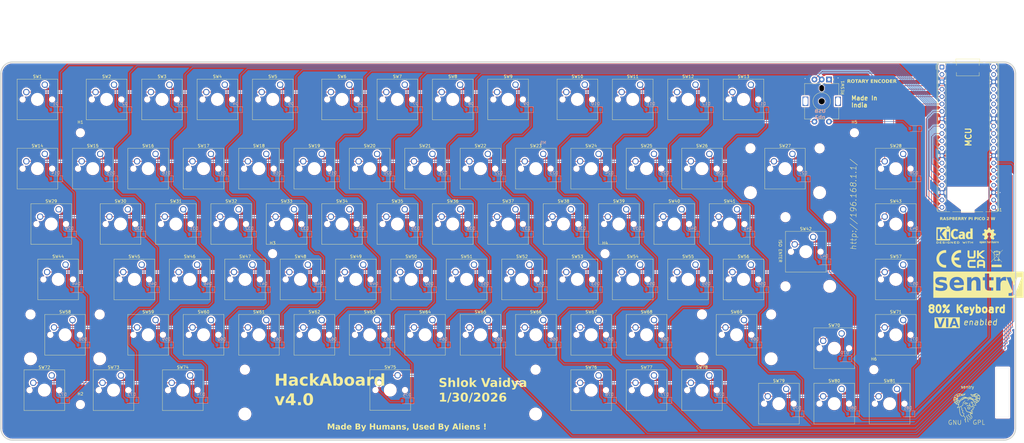
<source format=kicad_pcb>
(kicad_pcb (version 20241229) (generator "pcbnew") (generator_version "9.0")
  (title_block (title "Bare Bone 75% Keyboard") (date "2026-01-20") (rev "4.0") (company "sentry") (comment 1 "by Shlok Vaidya") (comment 2 "Version with bare PICO 2 W microcontroller"))
  (layers (0 "F.Cu" signal) (2 "B.Cu" signal) (13 "F.Paste" user) (15 "B.Paste" user) (5 "F.SilkS" user "F.Silkscreen") (7 "B.SilkS" user "B.Silkscreen") (1 "F.Mask" user) (3 "B.Mask" user) (25 "Edge.Cuts" user))
  (net 0 "")
  (net 6 "Column1")
  (net 7 "Column2")
  (net 8 "Column3")
  (net 9 "Column4")
  (net 10 "Column5")
  (net 11 "Column6")
  (net 12 "Column7")
  (net 13 "Column8")
  (net 14 "Column9")
  (net 15 "Column10")
  (net 16 "Column11")
  (net 17 "Column12")
  (net 18 "Column13")
  (net 19 "Column14")
  (net 20 "Column15")
  (net 25 "Row1")
  (net 26 "Row2")
  (net 27 "Row3")
  (net 28 "Row4")
  (net 29 "Row5")
  (net 30 "Row6")
  (net 31 "REA")
  (net 32 "REB")
  (net 33 "Net-(D1-A)")
  (net 34 "Net-(D2-A)")
  (net 35 "Net-(D3-A)")
  (net 36 "Net-(D4-A)")
  (net 37 "Net-(D5-A)")
  (net 38 "Net-(D6-A)")
  (net 39 "Net-(D7-A)")
  (net 40 "Net-(D8-A)")
  (net 41 "Net-(D9-A)")
  (net 42 "Net-(D10-A)")
  (net 43 "Net-(D11-A)")
  (net 44 "Net-(D12-A)")
  (net 45 "Net-(D13-A)")
  (net 46 "Net-(D14-A)")
  (net 47 "Net-(D15-A)")
  (net 48 "Net-(D16-A)")
  (net 49 "Net-(D17-A)")
  (net 50 "Net-(D18-A)")
  (net 51 "Net-(D19-A)")
  (net 52 "Net-(D20-A)")
  (net 53 "Net-(D21-A)")
  (net 54 "Net-(D22-A)")
  (net 55 "Net-(D23-A)")
  (net 56 "Net-(D24-A)")
  (net 57 "Net-(D25-A)")
  (net 58 "Net-(D26-A)")
  (net 59 "Net-(D27-A)")
  (net 60 "Net-(D28-A)")
  (net 61 "Net-(D29-A)")
  (net 62 "Net-(D30-A)")
  (net 63 "Net-(D31-A)")
  (net 64 "Net-(D32-A)")
  (net 65 "Net-(D33-A)")
  (net 66 "Net-(D34-A)")
  (net 67 "Net-(D35-A)")
  (net 68 "Net-(D36-A)")
  (net 69 "Net-(D37-A)")
  (net 70 "Net-(D38-A)")
  (net 71 "Net-(D39-A)")
  (net 72 "Net-(D40-A)")
  (net 73 "Net-(D41-A)")
  (net 74 "Net-(D42-A)")
  (net 75 "Net-(D43-A)")
  (net 76 "Net-(D44-A)")
  (net 77 "Net-(D45-A)")
  (net 78 "Net-(D46-A)")
  (net 79 "Net-(D47-A)")
  (net 80 "Net-(D48-A)")
  (net 81 "Net-(D49-A)")
  (net 82 "Net-(D50-A)")
  (net 83 "Net-(D51-A)")
  (net 84 "Net-(D52-A)")
  (net 85 "Net-(D53-A)")
  (net 86 "Net-(D54-A)")
  (net 87 "Net-(D55-A)")
  (net 88 "Net-(D56-A)")
  (net 89 "Net-(D57-A)")
  (net 90 "Net-(D58-A)")
  (net 91 "Net-(D59-A)")
  (net 92 "Net-(D60-A)")
  (net 93 "Net-(D61-A)")
  (net 94 "Net-(D62-A)")
  (net 95 "Net-(D63-A)")
  (net 96 "Net-(D64-A)")
  (net 97 "Net-(D65-A)")
  (net 98 "Net-(D66-A)")
  (net 99 "Net-(D67-A)")
  (net 100 "Net-(D68-A)")
  (net 101 "Net-(D69-A)")
  (net 102 "Net-(D70-A)")
  (net 103 "Net-(D71-A)")
  (net 104 "Net-(D72-A)")
  (net 105 "Net-(D73-A)")
  (net 106 "Net-(D74-A)")
  (net 107 "Net-(D75-A)")
  (net 108 "Net-(D76-A)")
  (net 109 "Net-(D77-A)")
  (net 110 "Net-(D78-A)")
  (net 111 "Net-(D79-A)")
  (net 112 "Net-(D80-A)")
  (net 113 "Net-(D81-A)")
  (net 114 "GND")
  (net 115 "Net-(RESWD1-A)")
  (footprint "Button_Switch_Keyboard:SW_Cherry_MX_1.00u_PCB" (layer "F.Cu") (at 153.132987 142.6718)
    (property "Reference" "SW34")
    (property "Value" "SW_Push")
  )
  (footprint "MountingHole:MountingHole_2.7mm_M2.5" (layer "F.Cu") (at 60.615 209.844)
    (property "Reference" "H2")
    (property "Value" "MountingHole")
  )
  (footprint "Rotary_Encoder:RotaryEncoder_Alps_EC11E-Switch_Vertical_H20mm_MountingHoles" (layer "F.Cu") (at 318.11 98.02 -90)
    (property "Reference" "RESW1")
    (property "Value" "RotaryEncoder_Switch")
  )
  (footprint "Button_Switch_Keyboard:SW_Cherry_MX_1.00u_PCB" (layer "F.Cu") (at 238.87 180.77)
    (property "Reference" "SW67")
    (property "Value" "SW_Push")
  )
  (footprint "Button_Switch_Keyboard:SW_Cherry_MX_1.00u_PCB" (layer "F.Cu") (at 341.513849 204.46881)
    (property "Reference" "SW81")
    (property "Value" "SW_Push")
  )
  (footprint "Button_Switch_Keyboard:SW_Cherry_MX_1.00u_PCB" (layer "F.Cu") (at 343.632987 142.6718)
    (property "Reference" "SW43")
    (property "Value" "SW_Push")
  )
  (footprint "Button_Switch_Keyboard:SW_Cherry_MX_1.00u_PCB" (layer "F.Cu") (at 238.857987 123.6218)
    (property "Reference" "SW24")
    (property "Value" "SW_Push")
  )
  (footprint "Symbol:Symbol_GNU-Logo_SilkscreenTop" (layer "F.Cu") (at 365.761 209.865)
    (property "Reference" "sentry")
    (property "Value" "Symbol_GNU-Logo_SilkscreenTop")
  )
  (footprint "Button_Switch_Keyboard:SW_Cherry_MX_1.00u_PCB" (layer "F.Cu") (at 119.795487 161.7218)
    (property "Reference" "SW47")
    (property "Value" "SW_Push")
  )
  (footprint "Button_Switch_Keyboard:SW_Cherry_MX_1.00u_PCB" (layer "F.Cu") (at 138.845487 161.7218)
    (property "Reference" "SW48")
    (property "Value" "SW_Push")
  )
  (footprint "Button_Switch_Keyboard:SW_Cherry_MX_1.00u_PCB" (layer "F.Cu") (at 129.320487 99.8093)
    (property "Reference" "SW5")
    (property "Value" "SW_Push")
  )
  (footprint "MountingHole:MountingHole_2.7mm_M2.5" (layer "F.Cu") (at 326.859 116.345)
    (property "Reference" "H5")
    (property "Value" "MountingHole")
  )
  (footprint "MountingHole:MountingHole_2.7mm_M2.5" (layer "F.Cu") (at 333.543 197.849)
    (property "Reference" "H6")
    (property "Value" "MountingHole")
  )
  (footprint "Button_Switch_Keyboard:SW_Cherry_MX_2.00u_PCB" (layer "F.Cu") (at 305.532987 123.6218)
    (property "Reference" "SW27")
    (property "Value" "SW_Push")
  )
  (footprint "Symbol:UKCA-Logo_6x6mm_SilkScreen" (layer "F.Cu") (at 368.786 159.832)
    (property "Reference" "REF**" (hide yes))
    (property "Value" "UKCA-Logo_6x6mm_SilkScreen" (hide yes))
  )
  (footprint "Button_Switch_Keyboard:SW_Cherry_MX_1.00u_PCB" (layer "F.Cu") (at 253.145487 99.8093)
    (property "Reference" "SW11")
    (property "Value" "SW_Push")
  )
  (footprint "Symbol:OSHW-Logo2_7.3x6mm_SilkScreen" (layer "F.Cu") (at 373.204 151.78)
    (property "Reference" "REF**" (hide yes))
    (property "Value" "OSHW-Logo2_7.3x6mm_SilkScreen" (hide yes))
  )
  (footprint "Button_Switch_Keyboard:SW_Cherry_MX_1.00u_PCB" (layer "F.Cu") (at 276.957987 123.6218)
    (property "Reference" "SW26")
    (property "Value" "SW_Push")
  )
  (footprint "Button_Switch_Keyboard:SW_Cherry_MX_1.00u_PCB" (layer "F.Cu") (at 238.857987 199.8218)
    (property "Reference" "SW76")
    (property "Value" "SW_Push")
  )
  (footprint "Button_Switch_Keyboard:SW_Cherry_MX_1.00u_PCB" (layer "F.Cu") (at 257.907987 199.8218)
    (property "Reference" "SW77")
    (property "Value" "SW_Push")
  )
  (footprint "Button_Switch_Keyboard:SW_Cherry_MX_1.00u_PCB" (layer "F.Cu") (at 210.282987 142.6718)
    (property "Reference" "SW37")
    (property "Value" "SW_Push")
  )
  (footprint "Button_Switch_Keyboard:SW_Cherry_MX_2.00u_PCB" (layer "F.Cu") (at 57.8866 180.7718)
    (property "Reference" "SW58")
    (property "Value" "SW_Push")
  )
  (footprint "Button_Switch_Keyboard:SW_Cherry_MX_1.00u_PCB" (layer "F.Cu") (at 162.657987 123.6218)
    (property "Reference" "SW20")
    (property "Value" "SW_Push")
  )
  (footprint "Button_Switch_Keyboard:SW_Cherry_MX_1.00u_PCB" (layer "F.Cu") (at 153.132987 99.8093)
    (property "Reference" "SW6")
    (property "Value" "SW_Push")
  )
  (footprint "Button_Switch_Keyboard:SW_Cherry_MX_1.00u_PCB" (layer "F.Cu") (at 195.995487 161.7218)
    (property "Reference" "SW51")
    (property "Value" "SW_Push")
  )
  (footprint "Button_Switch_Keyboard:SW_Cherry_MX_1.00u_PCB" (layer "F.Cu") (at 110.270487 99.8093)
    (property "Reference" "SW4")
    (property "Value" "SW_Push")
  )
  (footprint "Button_Switch_Keyboard:SW_Cherry_MX_1.00u_PCB" (layer "F.Cu") (at 86.457987 123.6218)
    (property "Reference" "SW16")
    (property "Value" "SW_Push")
  )
  (footprint "Button_Switch_Keyboard:SW_Cherry_MX_1.00u_PCB" (layer "F.Cu") (at 257.92 180.77)
    (property "Reference" "SW68")
    (property "Value" "SW_Push")
  )
  (footprint "MountingHole:MountingHole_2.7mm_M2.5" (layer "F.Cu") (at 126.729 157.938)
    (property "Reference" "H3")
    (property "Value" "MountingHole")
  )
  (footprint "Button_Switch_Keyboard:SW_Cherry_MX_1.00u_PCB" (layer "F.Cu") (at 191.232987 142.6718)
    (property "Reference" "SW36")
    (property "Value" "SW_Push")
  )
  (footprint "Button_Switch_Keyboard:SW_Cherry_MX_1.00u_PCB" (layer "F.Cu") (at 219.807987 123.6218)
    (property "Reference" "SW23")
    (property "Value" "SW_Push")
  )
  (footprint "Button_Switch_Keyboard:SW_Cherry_MX_1.00u_PCB" (layer "F.Cu") (at 172.182987 142.6718)
    (property "Reference" "SW35")
    (property "Value" "SW_Push")
  )
  (footprint "Button_Switch_Keyboard:SW_Cherry_MX_1.00u_PCB" (layer "F.Cu") (at 210.282987 99.8093)
    (property "Reference" "SW9")
    (property "Value" "SW_Push")
  )
  (footprint "Symbol:CE-Logo_8.5x6mm_SilkScreen" (layer "F.Cu") (at 359.31 159.73)
    (property "Reference" "REF**" (hide yes))
    (property "Value" "CE-Logo_8.5x6mm_SilkScreen" (hide yes))
  )
  (footprint "Button_Switch_Keyboard:SW_Cherry_MX_1.25u_PCB" (layer "F.Cu") (at 50.739237 199.8218)
    (property "Reference" "SW72")
    (property "Value" "SW_Push")
  )
  (footprint "Button_Switch_Keyboard:SW_Cherry_MX_1.75u_PCB" (layer "F.Cu") (at 55.501737 161.7218)
    (property "Reference" "SW44")
    (property "Value" "SW_Push")
  )
  (footprint "Button_Switch_Keyboard:SW_Cherry_MX_1.00u_PCB" (layer "F.Cu") (at 115.032987 142.6718)
    (property "Reference" "SW32")
    (property "Value" "SW_Push")
  )
  (footprint "Button_Switch_Keyboard:SW_Cherry_MX_1.00u_PCB" (layer "F.Cu") (at 95.982987 142.6718)
    (property "Reference" "SW31")
    (property "Value" "SW_Push")
  )
  (footprint "Button_Switch_Keyboard:SW_Cherry_MX_1.00u_PCB" (layer "F.Cu") (at 124.557987 123.6218)
    (property "Reference" "SW18")
    (property "Value" "SW_Push")
  )
  (footprint "Button_Switch_Keyboard:SW_Cherry_MX_1.25u_PCB" (layer "F.Cu") (at 74.551737 199.8218)
    (property "Reference" "SW73")
    (property "Value" "SW_Push")
  )
  (footprint "Button_Switch_Keyboard:SW_Cherry_MX_1.00u_PCB" (layer "F.Cu") (at 343.632987 161.7218)
    (property "Reference" "SW57")
    (property "Value" "SW_Push")
  )
  (footprint "Button_Switch_Keyboard:SW_Cherry_MX_1.00u_PCB" (layer "F.Cu") (at 86.47 180.77)
    (property "Reference" "SW59")
    (property "Value" "SW_Push")
  )
  (footprint "Button_Switch_Keyboard:SW_Cherry_MX_2.25u_PCB" (layer "F.Cu") (at 288.864237 180.7718)
    (property "Reference" "SW69")
    (property "Value" "SW_Push")
  )
  (footprint "Symbol:WEEE-Logo_4.2x6mm_SilkScreen" (layer "F.Cu") (at 375.778015 159.577956)
    (property "Reference" "REF**" (hide yes))
    (property "Value" "WEEE-Logo_4.2x6mm_SilkScreen" (hide yes))
  )
  (footprint "Button_Switch_Keyboard:SW_Cherry_MX_1.00u_PCB" (layer "F.Cu") (at 257.907987 123.6218)
    (property "Reference" "SW25")
    (property "Value" "SW_Push")
  )
  (footprint "Button_Switch_Keyboard:SW_Cherry_MX_1.00u_PCB" (layer "F.Cu") (at 143.607987 123.6218)
    (property "Reference" "SW19")
    (property "Value" "SW_Push")
  )
  (footprint "Button_Switch_Keyboard:SW_Cherry_MX_1.00u_PCB" (layer "F.Cu") (at 322.47 185.39)
    (property "Reference" "SW70")
    (property "Value" "SW_Push")
  )
  (footprint "MountingHole:MountingHole_2.7mm_M2.5" (layer "F.Cu") (at 60.6 116.353)
    (property "Reference" "H1")
    (property "Value" "MountingHole")
  )
  (footprint "Button_Switch_Keyboard:SW_Cherry_MX_1.00u_PCB" (layer "F.Cu") (at 276.957987 199.8218)
    (property "Reference" "SW78")
    (property "Value" "SW_Push")
  )
  (footprint "Button_Switch_Keyboard:SW_Cherry_MX_1.00u_PCB" (layer "F.Cu") (at 343.632987 123.6218)
    (property "Reference" "SW28")
    (property "Value" "SW_Push")
  )
  (footprint "Button_Switch_Keyboard:SW_Cherry_MX_1.00u_PCB" (layer "F.Cu") (at 48.357987 123.6218)
    (property "Reference" "SW14")
    (property "Value" "SW_Push")
  )
  (footprint "Button_Switch_Keyboard:SW_Cherry_MX_1.00u_PCB" (layer "F.Cu") (at 343.632987 180.7718)
    (property "Reference" "SW71")
    (property "Value" "SW_Push")
  )
  (footprint "Button_Switch_Keyboard:SW_Cherry_MX_1.00u_PCB" (layer "F.Cu") (at 229.332987 142.6718)
    (property "Reference" "SW38")
    (property "Value" "SW_Push")
  )
  (footprint "Button_Switch_Keyboard:SW_Cherry_MX_ISOEnter_PCB" (layer "F.Cu") (at 312.676737 152.1968)
    (property "Reference" "SW42")
    (property "Value" "SW_Push")
  )
  (footprint "Button_Switch_Keyboard:SW_Cherry_MX_1.00u_PCB" (layer "F.Cu") (at 200.77 180.77)
    (property "Reference" "SW65")
    (property "Value" "SW_Push")
  )
  (footprint "Button_Switch_Keyboard:SW_Cherry_MX_1.00u_PCB" (layer "F.Cu") (at 248.382987 142.6718)
    (property "Reference" "SW39")
    (property "Value" "SW_Push")
  )
  (footprint "Button_Switch_Keyboard:SW_Cherry_MX_1.00u_PCB" (layer "F.Cu") (at 72.170487 99.8093)
    (property "Reference" "SW2")
    (property "Value" "SW_Push")
  )
  (footprint "Button_Switch_Keyboard:SW_Cherry_MX_1.00u_PCB" (layer "F.Cu") (at 181.707987 123.6218)
    (property "Reference" "SW21")
    (property "Value" "SW_Push")
  )
  (footprint "Button_Switch_Keyboard:SW_Cherry_MX_1.00u_PCB" (layer "F.Cu") (at 219.82 180.77)
    (property "Reference" "SW66")
    (property "Value" "SW_Push")
  )
  (footprint "Button_Switch_Keyboard:SW_Cherry_MX_1.00u_PCB" (layer "F.Cu") (at 191.232987 99.8093)
    (property "Reference" "SW8")
    (property "Value" "SW_Push")
  )
  (footprint "Button_Switch_Keyboard:SW_Cherry_MX_1.00u_PCB" (layer "F.Cu") (at 124.57 180.77)
    (property "Reference" "SW61")
    (property "Value" "SW_Push")
  )
  (footprint "Button_Switch_Keyboard:SW_Cherry_MX_1.00u_PCB" (layer "F.Cu") (at 162.67 180.77)
    (property "Reference" "SW63")
    (property "Value" "SW_Push")
  )
  (footprint "Button_Switch_Keyboard:SW_Cherry_MX_1.00u_PCB" (layer "F.Cu") (at 234.095487 99.8093)
    (property "Reference" "SW10")
    (property "Value" "SW_Push")
  )
  (footprint "Button_Switch_Keyboard:SW_Cherry_MX_1.00u_PCB" (layer "F.Cu") (at 253.145487 161.7218)
    (property "Reference" "SW54")
    (property "Value" "SW_Push")
  )
  (footprint "Button_Switch_Keyboard:SW_Cherry_MX_1.00u_PCB" (layer "F.Cu") (at 91.220487 99.8093)
    (property "Reference" "SW3")
    (property "Value" "SW_Push")
  )
  (footprint "Button_Switch_Keyboard:SW_Cherry_MX_1.00u_PCB" (layer "F.Cu") (at 291.245487 99.8093)
    (property "Reference" "SW13")
    (property "Value" "SW_Push")
  )
  (footprint "Button_Switch_Keyboard:SW_Cherry_MX_1.00u_PCB" (layer "F.Cu") (at 48.357987 99.8093)
    (property "Reference" "SW1")
    (property "Value" "SW_Push")
  )
  (footprint "Button_Switch_Keyboard:SW_Cherry_MX_1.00u_PCB" (layer "F.Cu") (at 291.245487 161.7218)
    (property "Reference" "SW56")
    (property "Value" "SW_Push")
  )
  (footprint "Button_Switch_Keyboard:SW_Cherry_MX_1.00u_PCB" (layer "F.Cu") (at 172.182987 99.8093)
    (property "Reference" "SW7")
    (property "Value" "SW_Push")
  )
  (footprint "Button_Switch_Keyboard:SW_Cherry_MX_1.00u_PCB" (layer "F.Cu") (at 234.095487 161.7218)
    (property "Reference" "SW53")
    (property "Value" "SW_Push")
  )
  (footprint "MountingHole:MountingHole_2.7mm_M2.5" (layer "F.Cu") (at 241.08 157.945)
    (property "Reference" "H4")
    (property "Value" "MountingHole")
  )
  (footprint "Button_Switch_Keyboard:SW_Cherry_MX_1.00u_PCB" (layer "F.Cu") (at 100.745487 161.7218)
    (property "Reference" "SW46")
    (property "Value" "SW_Push")
  )
  (footprint "Button_Switch_Keyboard:SW_Cherry_MX_1.00u_PCB" (layer "F.Cu") (at 134.082987 142.6718)
    (property "Reference" "SW33")
    (property "Value" "SW_Push")
  )
  (footprint "Symbol:KiCad-Logo2_5mm_SilkScreen" (layer "F.Cu") (at 361.352 151.469)
    (property "Reference" "REF**" (hide yes))
    (property "Value" "KiCad-Logo2_5mm_SilkScreen" (hide yes))
  )
  (footprint "Button_Switch_Keyboard:SW_Cherry_MX_1.00u_PCB" (layer "F.Cu") (at 272.195487 99.8093)
    (property "Reference" "SW12")
    (property "Value" "SW_Push")
  )
  (footprint "Button_Switch_Keyboard:SW_Cherry_MX_1.00u_PCB" (layer "F.Cu") (at 143.62 180.77)
    (property "Reference" "SW62")
    (property "Value" "SW_Push")
  )
  (footprint "Button_Switch_Keyboard:SW_Cherry_MX_1.00u_PCB" (layer "F.Cu") (at 272.195487 161.7218)
    (property "Reference" "SW55")
    (property "Value" "SW_Push")
  )
  (footprint "Button_Switch_Keyboard:SW_Cherry_MX_1.00u_PCB" (layer "F.Cu") (at 157.895487 161.7218)
    (property "Reference" "SW49")
    (property "Value" "SW_Push")
  )
  (footprint "Button_Switch_Keyboard:SW_Cherry_MX_1.00u_PCB" (layer "F.Cu") (at 181.72 180.77)
    (property "Reference" "SW64")
    (property "Value" "SW_Push")
  )
  (footprint "Button_Switch_Keyboard:SW_Cherry_MX_1.00u_PCB" (layer "F.Cu") (at 67.407987 123.6218)
    (property "Reference" "SW15")
    (property "Value" "SW_Push")
  )
  (footprint "Button_Switch_Keyboard:SW_Cherry_MX_1.00u_PCB" (layer "F.Cu") (at 81.695487 161.7218)
    (property "Reference" "SW45")
    (property "Value" "SW_Push")
  )
  (footprint "Button_Switch_Keyboard:SW_Cherry_MX_1.00u_PCB" (layer "F.Cu") (at 303.413849 204.46881)
    (property "Reference" "SW79")
    (property "Value" "SW_Push")
  )
  (footprint "Button_Switch_Keyboard:SW_Cherry_MX_1.25u_PCB" (layer "F.Cu") (at 98.364237 199.8218)
    (property "Reference" "SW74")
    (property "Value" "SW_Push")
  )
  (footprint "Button_Switch_Keyboard:SW_Cherry_MX_1.00u_PCB" (layer "F.Cu") (at 200.757987 123.6218)
    (property "Reference" "SW22")
    (property "Value" "SW_Push")
  )
  (footprint "Button_Switch_Keyboard:SW_Cherry_MX_1.00u_PCB" (layer "F.Cu") (at 76.932987 142.6718)
    (property "Reference" "SW30")
    (property "Value" "SW_Push")
  )
  (footprint "Button_Switch_Keyboard:SW_Cherry_MX_1.00u_PCB" (layer "F.Cu") (at 322.463849 204.46881)
    (property "Reference" "SW80")
    (property "Value" "SW_Push")
  )
  (footprint "Button_Switch_Keyboard:SW_Cherry_MX_6.25u_PCB" (layer "F.Cu") (at 169.731987 199.7733)
    (property "Reference" "SW75")
    (property "Value" "SW_Push")
  )
  (footprint "Button_Switch_Keyboard:SW_Cherry_MX_1.00u_PCB" (layer "F.Cu") (at 176.945487 161.7218)
    (property "Reference" "SW50")
    (property "Value" "SW_Push")
  )
  (footprint "Button_Switch_Keyboard:SW_Cherry_MX_1.00u_PCB" (layer "F.Cu") (at 105.507987 123.6218)
    (property "Reference" "SW17")
    (property "Value" "SW_Push")
  )
  (footprint "Module:RaspberryPi_Pico_Common_THT" (layer "F.Cu") (at 356.9716 93.7514)
    (property "Reference" "A1")
    (property "Value" "RaspberryPi_Pico_W")
  )
  (footprint "Button_Switch_Keyboard:SW_Cherry_MX_1.50u_PCB" (layer "F.Cu") (at 53.120487 142.6718)
    (property "Reference" "SW29")
    (property "Value" "SW_Push")
  )
  (footprint "Button_Switch_Keyboard:SW_Cherry_MX_1.00u_PCB" (layer "F.Cu") (at 286.482987 142.6718)
    (property "Reference" "SW41")
    (property "Value" "SW_Push")
  )
  (footprint "Button_Switch_Keyboard:SW_Cherry_MX_1.00u_PCB" (layer "F.Cu") (at 267.432987 142.6718)
    (property "Reference" "SW40")
    (property "Value" "SW_Push")
  )
  (footprint "Button_Switch_Keyboard:SW_Cherry_MX_1.00u_PCB" (layer "F.Cu") (at 215.045487 161.7218)
    (property "Reference" "SW52")
    (property "Value" "SW_Push")
  )
  (footprint "Button_Switch_Keyboard:SW_Cherry_MX_1.00u_PCB" (layer "F.Cu") (at 105.52 180.77)
    (property "Reference" "SW60")
    (property "Value" "SW_Push")
  )
  (footprint "Diode_SMD:D_SOD-123" (layer "B.Cu") (at 175.907987 108.37805 180)
    (property "Reference" "D7")
    (property "Value" "DIODE")
  )
  (footprint "Diode_SMD:D_SOD-123" (layer "B.Cu") (at 271.157987 151.24055 180)
    (property "Reference" "D40")
    (property "Value" "DIODE")
  )
  (footprint "Diode_SMD:D_SOD-123" (layer "B.Cu") (at 166.395 189.33875 180)
    (property "Reference" "D63")
    (property "Value" "DIODE")
  )
  (footprint "Diode_SMD:D_SOD-123" (layer "B.Cu") (at 275.920487 170.29055 180)
    (property "Reference" "D55")
    (property "Value" "DIODE")
  )
  (footprint "Diode_SMD:D_SOD-123" (layer "B.Cu") (at 52.082987 108.37805 180)
    (property "Reference" "D1")
    (property "Value" "DIODE")
  )
  (footprint "Diode_SMD:D_SOD-123" (layer "B.Cu") (at 185.432987 132.19055 180)
    (property "Reference" "D21")
    (property "Value" "DIODE")
  )
  (footprint "Diode_SMD:D_SOD-123" (layer "B.Cu") (at 172.976737 208.55305 180)
    (property "Reference" "D75")
    (property "Value" "DIODE")
  )
  (footprint "Diode_SMD:D_SOD-123" (layer "B.Cu") (at 90.195 189.33875 180)
    (property "Reference" "D59")
    (property "Value" "DIODE")
  )
  (footprint "Diode_SMD:D_SOD-123" (layer "B.Cu") (at 347.357987 132.19055 180)
    (property "Reference" "D28")
    (property "Value" "DIODE")
  )
  (footprint "Diode_SMD:D_SOD-123" (layer "B.Cu") (at 347.357987 189.34055 180)
    (property "Reference" "D71")
    (property "Value" "DIODE")
  )
  (footprint "Diode_SMD:D_SOD-123" (layer "B.Cu") (at 59.226737 170.29055 180)
    (property "Reference" "D44")
    (property "Value" "DIODE")
  )
  (footprint "Diode_SMD:D_SOD-123" (layer "B.Cu") (at 316.401737 160.76555 180)
    (property "Reference" "D42")
    (property "Value" "DIODE")
  )
  (footprint "Diode_SMD:D_SOD-123" (layer "B.Cu") (at 128.282987 132.19055 180)
    (property "Reference" "D18")
    (property "Value" "DIODE")
  )
  (footprint "Diode_SMD:D_SOD-123" (layer "B.Cu") (at 214.007987 108.37805 180)
    (property "Reference" "D9")
    (property "Value" "DIODE")
  )
  (footprint "Diode_SMD:D_SOD-123" (layer "B.Cu") (at 194.957987 151.24055 180)
    (property "Reference" "D36")
    (property "Value" "DIODE")
  )
  (footprint "Diode_SMD:D_SOD-123" (layer "B.Cu") (at 78.276737 208.39055 180)
    (property "Reference" "D73")
    (property "Value" "DIODE")
  )
  (footprint "Diode_SMD:D_SOD-123" (layer "B.Cu") (at 71.132987 132.19055 180)
    (property "Reference" "D15")
    (property "Value" "DIODE")
  )
  (footprint "Diode_SMD:D_SOD-123" (layer "B.Cu") (at 223.545 189.33875 180)
    (property "Reference" "D66")
    (property "Value" "DIODE")
  )
  (footprint "Diode_SMD:D_SOD-123" (layer "B.Cu") (at 242.582987 208.39055 180)
    (property "Reference" "D76")
    (property "Value" "DIODE")
  )
  (footprint "Diode_SMD:D_SOD-123" (layer "B.Cu") (at 54.464237 208.39055 180)
    (property "Reference" "D72")
    (property "Value" "DIODE")
  )
  (footprint "Diode_SMD:D_SOD-123" (layer "B.Cu") (at 109.232987 132.19055 180)
    (property "Reference" "D17")
    (property "Value" "DIODE")
  )
  (footprint "Diode_SMD:D_SOD-123" (layer "B.Cu") (at 242.582987 132.19055 180)
    (property "Reference" "D24")
    (property "Value" "DIODE")
  )
  (footprint "Diode_SMD:D_SOD-123" (layer "B.Cu") (at 261.632987 208.39055 180)
    (property "Reference" "D77")
    (property "Value" "DIODE")
  )
  (footprint "Diode_SMD:D_SOD-123" (layer "B.Cu") (at 218.770487 170.29055 180)
    (property "Reference" "D52")
    (property "Value" "DIODE")
  )
  (footprint "Diode_SMD:D_SOD-123" (layer "B.Cu") (at 90.182987 132.19055 180)
    (property "Reference" "D16")
    (property "Value" "DIODE")
  )
  (footprint "Diode_SMD:D_SOD-123" (layer "B.Cu") (at 142.570487 170.29055 180)
    (property "Reference" "D48")
    (property "Value" "DIODE")
  )
  (footprint "Diode_SMD:D_SOD-123" (layer "B.Cu") (at 242.595 189.33875 180)
    (property "Reference" "D67")
    (property "Value" "DIODE")
  )
  (footprint "Diode_SMD:D_SOD-123" (layer "B.Cu") (at 347.601737 114.89055 180)
    (property "Reference" "RESWD1" (hide yes))
    (property "Value" "DIODE")
  )
  (footprint "Diode_SMD:D_SOD-123" (layer "B.Cu") (at 292.589237 189.34055 180)
    (property "Reference" "D69")
    (property "Value" "DIODE")
  )
  (footprint "Diode_SMD:D_SOD-123" (layer "B.Cu") (at 123.520487 170.29055 180)
    (property "Reference" "D47")
    (property "Value" "DIODE")
  )
  (footprint "Diode_SMD:D_SOD-123" (layer "B.Cu") (at 118.757987 151.24055 180)
    (property "Reference" "D32")
    (property "Value" "DIODE")
  )
  (footprint "Diode_SMD:D_SOD-123" (layer "B.Cu") (at 147.345 189.33875 180)
    (property "Reference" "D62")
    (property "Value" "DIODE")
  )
  (footprint "Diode_SMD:D_SOD-123" (layer "B.Cu") (at 61.4575 189.36 180)
    (property "Reference" "D58")
    (property "Value" "DIODE")
  )
  (footprint "Diode_SMD:D_SOD-123" (layer "B.Cu") (at 166.382987 132.19055 180)
    (property "Reference" "D20")
    (property "Value" "DIODE")
  )
  (footprint "Diode_SMD:D_SOD-123" (layer "B.Cu") (at 294.970487 170.29055 180)
    (property "Reference" "D56")
    (property "Value" "DIODE")
  )
  (footprint "Diode_SMD:D_SOD-123" (layer "B.Cu") (at 261.645 189.33875 180)
    (property "Reference" "D68")
    (property "Value" "DIODE")
  )
  (footprint "Diode_SMD:D_SOD-123" (layer "B.Cu") (at 223.532987 132.19055 180)
    (property "Reference" "D23")
    (property "Value" "DIODE")
  )
  (footprint "Diode_SMD:D_SOD-123" (layer "B.Cu") (at 94.945487 108.37805 180)
    (property "Reference" "D3")
    (property "Value" "DIODE")
  )
  (footprint "Diode_SMD:D_SOD-123" (layer "B.Cu") (at 99.707987 151.24055 180)
    (property "Reference" "D31")
    (property "Value" "DIODE")
  )
  (footprint "Diode_SMD:D_SOD-123" (layer "B.Cu") (at 347.357987 170.29055 180)
    (property "Reference" "D57")
    (property "Value" "DIODE")
  )
  (footprint "Diode_SMD:D_SOD-123" (layer "B.Cu") (at 194.957987 108.37805 180)
    (property "Reference" "D8")
    (property "Value" "DIODE")
  )
  (footprint "Diode_SMD:D_SOD-123" (layer "B.Cu") (at 347.357987 151.24055 180)
    (property "Reference" "D43")
    (property "Value" "DIODE")
  )
  (footprint "Diode_SMD:D_SOD-123" (layer "B.Cu") (at 133.045487 108.37805 180)
    (property "Reference" "D5")
    (property "Value" "DIODE")
  )
  (footprint "Diode_SMD:D_SOD-123" (layer "B.Cu") (at 237.820487 170.29055 180)
    (property "Reference" "D53")
    (property "Value" "DIODE")
  )
  (footprint "Diode_SMD:D_SOD-123" (layer "B.Cu") (at 256.870487 108.37805 180)
    (property "Reference" "D11")
    (property "Value" "DIODE")
  )
  (footprint "Diode_SMD:D_SOD-123" (layer "B.Cu") (at 309.257987 132.19055 180)
    (property "Reference" "D27")
    (property "Value" "DIODE")
  )
  (footprint "Diode_SMD:D_SOD-123" (layer "B.Cu") (at 199.720487 170.29055 180)
    (property "Reference" "D51")
    (property "Value" "DIODE")
  )
  (footprint "Diode_SMD:D_SOD-123" (layer "B.Cu") (at 323.551638 194.07424 180)
    (property "Reference" "D70")
    (property "Value" "DIODE")
  )
  (footprint "Diode_SMD:D_SOD-123" (layer "B.Cu") (at 233.057987 151.24055 180)
    (property "Reference" "D38")
    (property "Value" "DIODE")
  )
  (footprint "Diode_SMD:D_SOD-123" (layer "B.Cu") (at 102.089237 208.39055 180)
    (property "Reference" "D74")
    (property "Value" "DIODE")
  )
  (footprint "Diode_SMD:D_SOD-123" (layer "B.Cu") (at 156.857987 108.37805 180)
    (property "Reference" "D6")
    (property "Value" "DIODE")
  )
  (footprint "Diode_SMD:D_SOD-123" (layer "B.Cu") (at 147.332987 132.19055 180)
    (property "Reference" "D19")
    (property "Value" "DIODE")
  )
  (footprint "Diode_SMD:D_SOD-123" (layer "B.Cu") (at 156.857987 151.24055 180)
    (property "Reference" "D34")
    (property "Value" "DIODE")
  )
  (footprint "Diode_SMD:D_SOD-123" (layer "B.Cu") (at 75.895487 108.37805 180)
    (property "Reference" "D2")
    (property "Value" "DIODE")
  )
  (footprint "Diode_SMD:D_SOD-123" (layer "B.Cu") (at 175.907987 151.24055 180)
    (property "Reference" "D35")
    (property "Value" "DIODE")
  )
  (footprint "Diode_SMD:D_SOD-123" (layer "B.Cu") (at 85.420487 170.29055 180)
    (property "Reference" "D45")
    (property "Value" "DIODE")
  )
  (footprint "Diode_SMD:D_SOD-123" (layer "B.Cu") (at 214.007987 151.24055 180)
    (property "Reference" "D37")
    (property "Value" "DIODE")
  )
  (footprint "Diode_SMD:D_SOD-123" (layer "B.Cu") (at 204.495 189.33875 180)
    (property "Reference" "D65")
    (property "Value" "DIODE")
  )
  (footprint "Diode_SMD:D_SOD-123" (layer "B.Cu") (at 80.657987 151.24055 180)
    (property "Reference" "D30")
    (property "Value" "DIODE")
  )
  (footprint "Diode_SMD:D_SOD-123" (layer "B.Cu") (at 204.482987 132.19055 180)
    (property "Reference" "D22")
    (property "Value" "DIODE")
  )
  (footprint "Diode_SMD:D_SOD-123" (layer "B.Cu") (at 237.820487 108.37805 180)
    (property "Reference" "D10")
    (property "Value" "DIODE")
  )
  (footprint "Diode_SMD:D_SOD-123" (layer "B.Cu") (at 294.970487 108.37805 180)
    (property "Reference" "D13")
    (property "Value" "DIODE")
  )
  (footprint "Diode_SMD:D_SOD-123" (layer "B.Cu") (at 161.620487 170.29055 180)
    (property "Reference" "D49")
    (property "Value" "DIODE")
  )
  (footprint "Diode_SMD:D_SOD-123" (layer "B.Cu") (at 180.670487 170.29055 180)
    (property "Reference" "D50")
    (property "Value" "DIODE")
  )
  (footprint "Diode_SMD:D_SOD-123" (layer "B.Cu") (at 280.682987 208.39055 180)
    (property "Reference" "D78")
    (property "Value" "DIODE")
  )
  (footprint "Diode_SMD:D_SOD-123" (layer "B.Cu") (at 104.470487 170.29055 180)
    (property "Reference" "D46")
    (property "Value" "DIODE")
  )
  (footprint "Diode_SMD:D_SOD-123" (layer "B.Cu") (at 109.245 189.33875 180)
    (property "Reference" "D60")
    (property "Value" "DIODE")
  )
  (footprint "Diode_SMD:D_SOD-123" (layer "B.Cu") (at 52.082987 132.19055 180)
    (property "Reference" "D14")
    (property "Value" "DIODE")
  )
  (footprint "Diode_SMD:D_SOD-123" (layer "B.Cu") (at 345.238849 213.03756 180)
    (property "Reference" "D81")
    (property "Value" "DIODE")
  )
  (footprint "Diode_SMD:D_SOD-123" (layer "B.Cu") (at 275.920487 108.37805 180)
    (property "Reference" "D12")
    (property "Value" "DIODE")
  )
  (footprint "Diode_SMD:D_SOD-123" (layer "B.Cu") (at 56.845487 151.24055 180)
    (property "Reference" "D29")
    (property "Value" "DIODE")
  )
  (footprint "Diode_SMD:D_SOD-123" (layer "B.Cu") (at 307.138849 213.03756 180)
    (property "Reference" "D79")
    (property "Value" "DIODE")
  )
  (footprint "Diode_SMD:D_SOD-123" (layer "B.Cu") (at 326.188849 213.03756 180)
    (property "Reference" "D80")
    (property "Value" "DIODE")
  )
  (footprint "Diode_SMD:D_SOD-123" (layer "B.Cu") (at 113.995487 108.37805 180)
    (property "Reference" "D4")
    (property "Value" "DIODE")
  )
  (footprint "Diode_SMD:D_SOD-123" (layer "B.Cu") (at 252.107987 151.24055 180)
    (property "Reference" "D39")
    (property "Value" "DIODE")
  )
  (footprint "Diode_SMD:D_SOD-123" (layer "B.Cu") (at 261.632987 132.19055 180)
    (property "Reference" "D25")
    (property "Value" "DIODE")
  )
  (footprint "Diode_SMD:D_SOD-123" (layer "B.Cu") (at 280.682987 132.19055 180)
    (property "Reference" "D26")
    (property "Value" "DIODE")
  )
  (footprint "Diode_SMD:D_SOD-123" (layer "B.Cu") (at 128.295 189.33875 180)
    (property "Reference" "D61")
    (property "Value" "DIODE")
  )
  (footprint "Diode_SMD:D_SOD-123" (layer "B.Cu") (at 256.870487 170.29055 180)
    (property "Reference" "D54")
    (property "Value" "DIODE")
  )
  (footprint "Diode_SMD:D_SOD-123" (layer "B.Cu") (at 137.807987 151.24055 180)
    (property "Reference" "D33")
    (property "Value" "DIODE")
  )
  (footprint "Diode_SMD:D_SOD-123" (layer "B.Cu") (at 290.207987 151.24055 180)
    (property "Reference" "D41")
    (property "Value" "DIODE")
  )
  (footprint "Diode_SMD:D_SOD-123" (layer "B.Cu") (at 185.445 189.33875 180)
    (property "Reference" "D64")
    (property "Value" "DIODE")
  )
  (gr_rect (start 375.689 197.2345) (end 379.985 214.2315) (stroke (width 0.05)) (fill no) (layer "Edge.Cuts"))
  (gr_arc (start 37.245487 222.0468) (mid 34.43914 220.884383) (end 33.276687 218.07805) (stroke (width 0.4)) (layer "Edge.Cuts"))
  (gr_line (start 382.30175 218.071703) (end 382.3018 95.993002) (stroke (width 0.4)) (layer "Edge.Cuts"))
  (gr_arc (start 33.25097 96.0057) (mid 34.413387 93.199352) (end 37.21972 92.0369) (stroke (width 0.4)) (layer "Edge.Cuts"))
  (gr_arc (start 378.333 92.0242) (mid 381.139348 93.186617) (end 382.3018 95.99295) (stroke (width 0.4)) (layer "Edge.Cuts"))
  (gr_line (start 37.21972 92.0369) (end 378.333 92.0242) (stroke (width 0.4)) (layer "Edge.Cuts"))
  (gr_arc (start 382.30175 218.071703) (mid 381.139318 220.878036) (end 378.333 222.040453) (stroke (width 0.4)) (layer "Edge.Cuts"))
  (gr_line (start 33.276687 218.078) (end 33.25097 96.0057) (stroke (width 0.4)) (layer "Edge.Cuts"))
  (gr_line (start 378.333 222.04045) (end 37.245487 222.0468) (stroke (width 0.4)) (layer "Edge.Cuts"))
  (gr_text "sentry" (at 354.244 171.668 0) (layer "F.SilkS" knockout) (effects (font (size 6 6) (thickness 1.2) (bold yes) (italic yes)) (justify left bottom)))
  (gr_text "MCU" (at 367.251 121.274 90) (layer "F.SilkS") (effects (font (size 2 2) (thickness 0.4) (bold yes)) (justify left bottom)))
  (gr_text "Made By Humans, Used By Aliens !" (at 145.442 218.762 0) (layer "F.SilkS") (effects (font (size 2 2) (thickness 0.4) (bold yes)) (justify left bottom)))
  (gr_text "ROTARY ENCODER" (at 332.86 99.4 0) (layer "F.SilkS") (effects (font (size 1.2 1.2) (thickness 0.24) (bold yes)) (justify bottom)))
  (gr_text "HackAboard\nv4.0\n" (at 127.345 205.041 0) (layer "F.SilkS") (effects (font (size 4 4) (thickness 0.8) (bold yes) (italic yes)) (justify left)))
  (gr_text "VIA" (at 358.767 181.983 0) (layer "F.SilkS" knockout) (effects (font (size 3 3) (thickness 0.2) (bold yes) (italic yes))))
  (gr_text "RASPBERRY PI PICO 2 W" (at 356.228 145.978 0) (layer "F.SilkS") (effects (font (size 1 1) (thickness 0.2) (bold yes)) (justify left)))
  (gr_text "http://196.168.1.1/" (at 326.518 156.833 90) (layer "F.SilkS") (effects (font (size 2 2) (thickness 0.15) (italic yes)) (justify left)))
  (gr_text "Shlok Vaidya\n1/30/2026" (at 183.826 200.783 0) (layer "F.SilkS") (effects (font (size 3 3) (thickness 0.6) (bold yes)) (justify left top)))
  (gr_text "Made In \nIndia" (at 325.62 105.638 0) (layer "F.SilkS") (effects (font (size 1.5 1.5) (thickness 0.3) (bold yes)) (justify left)))
  (gr_text "80% Keyboard" (at 365.561 176.999 0) (layer "F.SilkS") (effects (font (size 2.5 2.5) (thickness 0.625) (bold yes))))
  (gr_text "ISO ENTER" (at 300.770487 152.99055 -90) (layer "F.SilkS") (effects (font (size 1 1)) (justify left bottom)))
  (gr_text "enabled" (at 364.183 181.538 0) (layer "F.SilkS") (effects (font (size 2 2) (thickness 0.25) (italic yes)) (justify left)))
  (gr_text "USB\nnb2" (at 315.057987 111.71555 0) (layer "B.SilkS") (effects (font (size 1.2 1.2) (thickness 0.24) (bold yes)) (justify bottom mirror)))
  (gr_text "M5" (at 220.940939 120.35181 -0) (layer "B.SilkS") (effects (font (size 1 1)) (justify left bottom mirror)))
  (segment (start 354.97 105.77) (end 354.97 118.35) (width 0.25) (layer "B.Cu") (net 6))
  (segment (start 355.7714 119.1514) (end 356.9716 119.1514) (width 0.25) (layer "B.Cu") (net 6))
  (segment (start 53.732987 108.37805) (end 53.732987 132.19055) (width 0.25) (layer "B.Cu") (net 6))
  (segment (start 58.495487 151.24055) (end 60.876737 153.6218) (width 0.25) (layer "B.Cu") (net 6))
  (segment (start 60.876737 153.6218) (end 60.876737 170.29055) (width 0.25) (layer "B.Cu") (net 6))
  (segment (start 63.13 189.3825) (end 63.13 201.374787) (width 0.25) (layer "B.Cu") (net 6))
  (segment (start 342.05 92.85) (end 354.97 105.77) (width 0.25) (layer "B.Cu") (net 6))
  (segment (start 63.13 201.374787) (end 56.114237 208.39055) (width 0.25) (layer "B.Cu") (net 6))
  (segment (start 53.732987 108.37805) (end 53.732987 95.647013) (width 0.25) (layer "B.Cu") (net 6))
  (segment (start 354.97 118.35) (end 355.7714 119.1514) (width 0.25) (layer "B.Cu") (net 6))
  (segment (start 63.1075 172.521313) (end 63.1075 189.36) (width 0.25) (layer "B.Cu") (net 6))
  (segment (start 58.495487 136.95305) (end 58.495487 151.24055) (width 0.25) (layer "B.Cu") (net 6))
  (segment (start 53.732987 95.647013) (end 56.53 92.85) (width 0.25) (layer "B.Cu") (net 6))
  (segment (start 63.1075 189.36) (end 63.13 189.3825) (width 0.25) (layer "B.Cu") (net 6))
  (segment (start 56.53 92.85) (end 342.05 92.85) (width 0.25) (layer "B.Cu") (net 6))
  (segment (start 53.732987 132.19055) (end 58.495487 136.95305) (width 0.25) (layer "B.Cu") (net 6))
  (segment (start 60.876737 170.29055) (end 63.1075 172.521313) (width 0.25) (layer "B.Cu") (net 6))
  (segment (start 72.792782 121.412005) (end 77.545487 116.6593) (width 0.25) (layer "B.Cu") (net 7))
  (segment (start 82.307987 151.24055) (end 82.307987 140.90305) (width 0.25) (layer "B.Cu") (net 7))
  (segment (start 72.782987 135.75305) (end 72.782987 132.19055) (width 0.25) (layer "B.Cu") (net 7))
  (segment (start 74.939237 137.9093) (end 72.782987 135.75305) (width 0.25) (layer "B.Cu") (net 7))
  (segment (start 79.314237 137.9093) (end 74.939237 137.9093) (width 0.25) (layer "B.Cu") (net 7))
  (segment (start 77.38 180.324787) (end 77.38 189.175063) (width 0.25) (layer "B.Cu") (net 7))
  (segment (start 77.545487 116.6593) (end 77.545487 108.37805) (width 0.25) (layer "B.Cu") (net 7))
  (segment (start 87.070487 170.29055) (end 87.070487 156.00305) (width 0.25) (layer "B.Cu") (net 7))
  (segment (start 80.904787 176.8) (end 77.38 180.324787) (width 0.25) (layer "B.Cu") (net 7))
  (segment (start 354.52 119.96) (end 354.52 120.4) (width 0.25) (layer "B.Cu") (net 7))
  (segment (start 72.782987 132.19055) (end 72.792782 132.180755) (width 0.25) (layer "B.Cu") (net 7))
  (segment (start 355.8114 121.6914) (end 356.9716 121.6914) (width 0.25) (layer "B.Cu") (net 7))
  (segment (start 77.545487 108.37805) (end 77.545487 95.824513) (width 0.25) (layer "B.Cu") (net 7))
  (segment (start 77.38 189.175063) (end 79.926737 191.7218) (width 0.25) (layer "B.Cu") (net 7))
  (segment (start 79.926737 191.7218) (end 79.926737 208.39055) (width 0.25) (layer "B.Cu") (net 7))
  (segment (start 87.070487 156.00305) (end 82.307987 151.24055) (width 0.25) (layer "B.Cu") (net 7))
  (segment (start 354.52 120.4) (end 355.8114 121.6914) (width 0.25) (layer "B.Cu") (net 7))
  (segment (start 72.792782 132.180755) (end 72.792782 121.412005) (width 0.25) (layer "B.Cu") (net 7))
  (segment (start 80.069 93.301) (end 341.86319 93.301) (width 0.25) (layer "B.Cu") (net 7))
  (segment (start 87.070487 170.29055) (end 87.070487 174.44) (width 0.25) (layer "B.Cu") (net 7))
  (segment (start 354.519 105.95681) (end 354.519 119.959) (width 0.25) (layer "B.Cu") (net 7))
  (segment (start 341.86319 93.301) (end 354.519 105.95681) (width 0.25) (layer "B.Cu") (net 7))
  (segment (start 354.519 119.959) (end 354.52 119.96) (width 0.25) (layer "B.Cu") (net 7))
  (segment (start 87.070487 174.44) (end 84.710487 176.8) (width 0.25) (layer "B.Cu") (net 7))
  (segment (start 82.307987 140.90305) (end 79.314237 137.9093) (width 0.25) (layer "B.Cu") (net 7))
  (segment (start 84.710487 176.8) (end 80.904787 176.8) (width 0.25) (layer "B.Cu") (net 7))
  (segment (start 77.545487 95.824513) (end 80.069 93.301) (width 0.25) (layer "B.Cu") (net 7))
  (segment (start 94.4075 195.0575) (end 94.4093 195.0593) (width 0.25) (layer "B.Cu") (net 8))
  (segment (start 96.595487 108.37805) (end 96.595487 114.27805) (width 0.25) (layer "B.Cu") (net 8))
  (segment (start 91.832987 132.19055) (end 91.832987 134.55305) (width 0.25) (layer "B.Cu") (net 8))
  (segment (start 354.069 120.14681) (end 354.069 124.969) (width 0.25) (layer "B.Cu") (net 8))
  (segment (start 96.595487 114.27805) (end 92.014237 118.8593) (width 0.25) (layer "B.Cu") (net 8))
  (segment (start 101.357987 154.3968) (end 106.120487 159.1593) (width 0.25) (layer "B.Cu") (net 8))
  (segment (start 92.014237 118.8593) (end 92.014237 132.0093) (width 0.25) (layer "B.Cu") (net 8))
  (segment (start 355.8714 126.7714) (end 356.9716 126.7714) (width 0.25) (layer "B.Cu") (net 8))
  (segment (start 95.982987 138.70305) (end 99.951737 138.70305) (width 0.25) (layer "B.Cu") (net 8))
  (segment (start 94.4093 195.0593) (end 102.332987 195.0593) (width 0.25) (layer "B.Cu") (net 8))
  (segment (start 99.24 93.752) (end 341.67638 93.752) (width 0.25) (layer "B.Cu") (net 8))
  (segment (start 99.951737 138.70305) (end 101.357987 140.1093) (width 0.25) (layer "B.Cu") (net 8))
  (segment (start 91.845 189.33875) (end 91.845 192.495) (width 0.25) (layer "B.Cu") (net 8))
  (segment (start 104.716037 176.0075) (end 95.20125 176.0075) (width 0.25) (layer "B.Cu") (net 8))
  (segment (start 102.332987 195.0593) (end 103.920487 196.6468) (width 0.25) (layer "B.Cu") (net 8))
  (segment (start 91.832987 134.55305) (end 95.982987 138.70305) (width 0.25) (layer "B.Cu") (net 8))
  (segment (start 92.014237 132.0093) (end 91.832987 132.19055) (width 0.25) (layer "B.Cu") (net 8))
  (segment (start 91.845 179.36375) (end 91.845 189.33875) (width 0.25) (layer "B.Cu") (net 8))
  (segment (start 96.595487 108.37805) (end 96.595487 96.396513) (width 0.25) (layer "B.Cu") (net 8))
  (segment (start 95.20125 176.0075) (end 91.845 179.36375) (width 0.25) (layer "B.Cu") (net 8))
  (segment (start 354.068 106.14362) (end 354.068 120.14581) (width 0.25) (layer "B.Cu") (net 8))
  (segment (start 103.920487 196.6468) (end 103.920487 208.2093) (width 0.25) (layer "B.Cu") (net 8))
  (segment (start 96.595487 96.396513) (end 99.24 93.752) (width 0.25) (layer "B.Cu") (net 8))
  (segment (start 101.357987 140.1093) (end 101.357987 151.24055) (width 0.25) (layer "B.Cu") (net 8))
  (segment (start 101.357987 151.24055) (end 101.357987 154.3968) (width 0.25) (layer "B.Cu") (net 8))
  (segment (start 106.120487 170.29055) (end 106.120487 174.60305) (width 0.25) (layer "B.Cu") (net 8))
  (segment (start 106.120487 159.1593) (end 106.120487 170.29055) (width 0.25) (layer "B.Cu") (net 8))
  (segment (start 106.120487 174.60305) (end 104.716037 176.0075) (width 0.25) (layer "B.Cu") (net 8))
  (segment (start 341.67638 93.752) (end 354.068 106.14362) (width 0.25) (layer "B.Cu") (net 8))
  (segment (start 354.069 124.969) (end 355.8714 126.7714) (width 0.25) (layer "B.Cu") (net 8))
  (segment (start 103.920487 208.2093) (end 103.739237 208.39055) (width 0.25) (layer "B.Cu") (net 8))
  (segment (start 354.068 120.14581) (end 354.069 120.14681) (width 0.25) (layer "B.Cu") (net 8))
  (segment (start 91.845 192.495) (end 94.4075 195.0575) (width 0.25) (layer "B.Cu") (net 8))
  (segment (start 125.351737 175.238263) (end 125.351737 170.4718) (width 0.25) (layer "B.Cu") (net 9))
  (segment (start 120.589237 151.4218) (end 120.407987 151.24055) (width 0.25) (layer "B.Cu") (net 9))
  (segment (start 120.407987 151.24055) (end 120.407987 140.1093) (width 0.25) (layer "B.Cu") (net 9))
  (segment (start 110.882987 121.4218) (end 115.826737 116.47805) (width 0.25) (layer "B.Cu") (net 9))
  (segment (start 110.918647 180.650728) (end 114.907145 176.66223) (width 0.25) (layer "B.Cu") (net 9))
  (segment (start 110.895 189.33875) (end 110.918647 189.315103) (width 0.25) (layer "B.Cu") (net 9))
  (segment (start 114.907145 176.66223) (end 123.92777 176.66223) (width 0.25) (layer "B.Cu") (net 9))
  (segment (start 120.407987 140.1093) (end 118.207987 137.9093) (width 0.25) (layer "B.Cu") (net 9))
  (segment (start 355.8914 129.3114) (end 356.9716 129.3114) (width 0.25) (layer "B.Cu") (net 9))
  (segment (start 118.207987 137.9093) (end 112.651737 137.9093) (width 0.25) (layer "B.Cu") (net 9))
  (segment (start 125.170487 170.29055) (end 125.170487 161.142487) (width 0.25) (layer "B.Cu") (net 9))
  (segment (start 125.351737 170.4718) (end 125.170487 170.29055) (width 0.25) (layer "B.Cu") (net 9))
  (segment (start 110.918647 189.315103) (end 110.918647 180.650728) (width 0.25) (layer "B.Cu") (net 9))
  (segment (start 123.92777 176.66223) (end 125.351737 175.238263) (width 0.25) (layer "B.Cu") (net 9))
  (segment (start 111.064237 132.3718) (end 110.882987 132.19055) (width 0.25) (layer "B.Cu") (net 9))
  (segment (start 110.882987 132.19055) (end 110.882987 121.4218) (width 0.25) (layer "B.Cu") (net 9))
  (segment (start 115.826737 116.47805) (end 115.826737 108.5593) (width 0.25) (layer "B.Cu") (net 9))
  (segment (start 112.651737 137.9093) (end 111.064237 136.3218) (width 0.25) (layer "B.Cu") (net 9))
  (segment (start 115.645487 96.607513) (end 118.05 94.203) (width 0.25) (layer "B.Cu") (net 9))
  (segment (start 115.826737 108.5593) (end 115.645487 108.37805) (width 0.25) (layer "B.Cu") (net 9))
  (segment (start 115.645487 108.37805) (end 115.645487 96.607513) (width 0.25) (layer "B.Cu") (net 9))
  (segment (start 353.617 120.33262) (end 353.618 120.33362) (width 0.25) (layer "B.Cu") (net 9))
  (segment (start 111.064237 136.3218) (end 111.064237 132.3718) (width 0.25) (layer "B.Cu") (net 9))
  (segment (start 118.05 94.203) (end 341.47 94.203) (width 0.25) (layer "B.Cu") (net 9))
  (segment (start 341.47 94.203) (end 353.617 106.35) (width 0.25) (layer "B.Cu") (net 9))
  (segment (start 125.170487 161.142487) (end 120.589237 156.561237) (width 0.25) (layer "B.Cu") (net 9))
  (segment (start 353.618 120.33362) (end 353.618 127.038) (width 0.25) (layer "B.Cu") (net 9))
  (segment (start 353.618 127.038) (end 355.8914 129.3114) (width 0.25) (layer "B.Cu") (net 9))
  (segment (start 120.589237 156.561237) (end 120.589237 151.4218) (width 0.25) (layer "B.Cu") (net 9))
  (segment (start 353.617 106.35) (end 353.617 120.33262) (width 0.25) (layer "B.Cu") (net 9))
  (segment (start 134.695487 108.37805) (end 134.695487 115.0718) (width 0.25) (layer "B.Cu") (net 10))
  (segment (start 139.639237 151.0593) (end 139.457987 151.24055) (width 0.25) (layer "B.Cu") (net 10))
  (segment (start 134.695487 108.37805) (end 134.695487 97.018513) (width 0.25) (layer "B.Cu") (net 10))
  (segment (start 355.8814 131.8514) (end 356.9716 131.8514) (width 0.25) (layer "B.Cu") (net 10))
  (segment (start 139.457987 155.9843) (end 141.226737 157.75305) (width 0.25) (layer "B.Cu") (net 10))
  (segment (start 137.06 94.654) (end 341.284 94.654) (width 0.25) (layer "B.Cu") (net 10))
  (segment (start 341.284 94.654) (end 353.15 106.52) (width 0.25) (layer "B.Cu") (net 10))
  (segment (start 144.220487 159.1593) (end 144.220487 170.29055) (width 0.25) (layer "B.Cu") (net 10))
  (segment (start 134.695487 97.018513) (end 137.06 94.654) (width 0.25) (layer "B.Cu") (net 10))
  (segment (start 139.639237 141.0843) (end 139.639237 151.0593) (width 0.25) (layer "B.Cu") (net 10))
  (segment (start 129.945 178.57) (end 129.945 189.33875) (width 0.25) (layer "B.Cu") (net 10))
  (segment (start 353.15 106.52) (end 353.15 129.12) (width 0.25) (layer "B.Cu") (net 10))
  (segment (start 134.695487 115.0718) (end 129.932987 119.8343) (width 0.25) (layer "B.Cu") (net 10))
  (segment (start 142.022287 176.0075) (end 132.5075 176.0075) (width 0.25) (layer "B.Cu") (net 10))
  (segment (start 129.932987 119.8343) (end 129.932987 132.19055) (width 0.25) (layer "B.Cu") (net 10))
  (segment (start 129.932987 132.19055) (end 129.932987 135.3468) (width 0.25) (layer "B.Cu") (net 10))
  (segment (start 132.5075 176.0075) (end 129.945 178.57) (width 0.25) (layer "B.Cu") (net 10))
  (segment (start 139.457987 151.24055) (end 139.457987 155.9843) (width 0.25) (layer "B.Cu") (net 10))
  (segment (start 129.932987 135.3468) (end 133.289237 138.70305) (width 0.25) (layer "B.Cu") (net 10))
  (segment (start 144.220487 170.29055) (end 144.220487 173.8093) (width 0.25) (layer "B.Cu") (net 10))
  (segment (start 141.226737 157.75305) (end 142.814237 157.75305) (width 0.25) (layer "B.Cu") (net 10))
  (segment (start 137.257987 138.70305) (end 139.639237 141.0843) (width 0.25) (layer "B.Cu") (net 10))
  (segment (start 144.220487 173.8093) (end 142.022287 176.0075) (width 0.25) (layer "B.Cu") (net 10))
  (segment (start 133.289237 138.70305) (end 137.257987 138.70305) (width 0.25) (layer "B.Cu") (net 10))
  (segment (start 142.814237 157.75305) (end 144.220487 159.1593) (width 0.25) (layer "B.Cu") (net 10))
  (segment (start 353.15 129.12) (end 355.8814 131.8514) (width 0.25) (layer "B.Cu") (net 10))
  (segment (start 163.270487 170.29055) (end 163.270487 159.1593) (width 0.25) (layer "B.Cu") (net 11))
  (segment (start 158.507987 97.242013) (end 160.645 95.105) (width 0.25) (layer "B.Cu") (net 11))
  (segment (start 156.307987 137.9093) (end 151.545487 137.9093) (width 0.25) (layer "B.Cu") (net 11))
  (segment (start 352.699 131.229) (end 355.8614 134.3914) (width 0.25) (layer "B.Cu") (net 11))
  (segment (start 148.982987 135.3468) (end 148.982987 132.19055) (width 0.25) (layer "B.Cu") (net 11))
  (segment (start 355.8614 134.3914) (end 356.9716 134.3914) (width 0.25) (layer "B.Cu") (net 11))
  (segment (start 158.507987 151.24055) (end 158.507987 140.1093) (width 0.25) (layer "B.Cu") (net 11))
  (segment (start 158.507987 108.37805) (end 158.507987 97.242013) (width 0.25) (layer "B.Cu") (net 11))
  (segment (start 148.995 189.33875) (end 148.995 180.1575) (width 0.25) (layer "B.Cu") (net 11))
  (segment (start 163.270487 159.1593) (end 158.507987 154.3968) (width 0.25) (layer "B.Cu") (net 11))
  (segment (start 151.545487 117.2718) (end 156.307987 117.2718) (width 0.25) (layer "B.Cu") (net 11))
  (segment (start 161.17875 176.80125) (end 163.270487 174.709513) (width 0.25) (layer "B.Cu") (net 11))
  (segment (start 158.507987 154.3968) (end 158.507987 151.24055) (width 0.25) (layer "B.Cu") (net 11))
  (segment (start 160.645 95.105) (end 341.09719 95.105) (width 0.25) (layer "B.Cu") (net 11))
  (segment (start 152.35125 176.80125) (end 161.17875 176.80125) (width 0.25) (layer "B.Cu") (net 11))
  (segment (start 163.270487 174.709513) (end 163.270487 170.29055) (width 0.25) (layer "B.Cu") (net 11))
  (segment (start 148.982987 132.19055) (end 148.982987 119.8343) (width 0.25) (layer "B.Cu") (net 11))
  (segment (start 148.982987 119.8343) (end 151.545487 117.2718) (width 0.25) (layer "B.Cu") (net 11))
  (segment (start 158.507987 140.1093) (end 156.307987 137.9093) (width 0.25) (layer "B.Cu") (net 11))
  (segment (start 156.307987 117.2718) (end 158.507987 115.0718) (width 0.25) (layer "B.Cu") (net 11))
  (segment (start 352.699 106.70681) (end 352.699 131.229) (width 0.25) (layer "B.Cu") (net 11))
  (segment (start 158.507987 115.0718) (end 158.507987 108.37805) (width 0.25) (layer "B.Cu") (net 11))
  (segment (start 148.995 180.1575) (end 152.35125 176.80125) (width 0.25) (layer "B.Cu") (net 11))
  (segment (start 341.09719 95.105) (end 352.699 106.70681) (width 0.25) (layer "B.Cu") (net 11))
  (segment (start 151.545487 137.9093) (end 148.982987 135.3468) (width 0.25) (layer "B.Cu") (net 11))
  (segment (start 168.045 178.57) (end 168.045 189.33875) (width 0.25) (layer "B.Cu") (net 12))
  (segment (start 177.557987 113.881175) (end 174.167362 117.2718) (width 0.25) (layer "B.Cu") (net 12))
  (segment (start 177.557987 97.642013) (end 179.644 95.556) (width 0.25) (layer "B.Cu") (net 12))
  (segment (start 182.320487 170.29055) (end 182.320487 174.60305) (width 0.25) (layer "B.Cu") (net 12))
  (segment (start 168.032987 132.19055) (end 168.032987 135.3468) (width 0.25) (layer "B.Cu") (net 12))
  (segment (start 177.739237 140.29055) (end 177.739237 151.0593) (width 0.25) (layer "B.Cu") (net 12))
  (segment (start 177.557987 154.793675) (end 177.557987 151.24055) (width 0.25) (layer "B.Cu") (net 12))
  (segment (start 170.595487 137.9093) (end 175.357987 137.9093) (width 0.25) (layer "B.Cu") (net 12))
  (segment (start 182.501737 159.737425) (end 177.557987 154.793675) (width 0.25) (layer "B.Cu") (net 12))
  (segment (start 174.167362 117.2718) (end 169.801737 117.2718) (width 0.25) (layer "B.Cu") (net 12))
  (segment (start 177.557987 108.37805) (end 177.557987 113.881175) (width 0.25) (layer "B.Cu") (net 12))
  (segment (start 182.320487 170.29055) (end 182.501737 170.1093) (width 0.25) (layer "B.Cu") (net 12))
  (segment (start 179.644 95.556) (end 340.91038 95.556) (width 0.25) (layer "B.Cu") (net 12))
  (segment (start 169.81375 176.80125) (end 168.045 178.57) (width 0.25) (layer "B.Cu") (net 12))
  (segment (start 355.8614 139.4714) (end 356.9716 139.4714) (width 0.25) (layer "B.Cu") (net 12))
  (segment (start 182.25695 174.60305) (end 180.05875 176.80125) (width 0.25) (layer "B.Cu") (net 12))
  (segment (start 182.501737 170.1093) (end 182.501737 159.737425) (width 0.25) (layer "B.Cu") (net 12))
  (segment (start 174.626737 195.920487) (end 174.626737 208.55305) (width 0.25) (layer "B.Cu") (net 12))
  (segment (start 180.05875 176.80125) (end 169.81375 176.80125) (width 0.25) (layer "B.Cu") (net 12))
  (segment (start 168.032987 135.3468) (end 170.595487 137.9093) (width 0.25) (layer "B.Cu") (net 12))
  (segment (start 352.248 106.89362) (end 352.248 135.858) (width 0.25) (layer "B.Cu") (net 12))
  (segment (start 169.801737 117.2718) (end 168.214237 118.8593) (width 0.25) (layer "B.Cu") (net 12))
  (segment (start 340.91038 95.556) (end 352.248 106.89362) (width 0.25) (layer "B.Cu") (net 12))
  (segment (start 352.248 135.858) (end 355.8614 139.4714) (width 0.25) (layer "B.Cu") (net 12))
  (segment (start 182.320487 174.60305) (end 182.25695 174.60305) (width 0.25) (layer "B.Cu") (net 12))
  (segment (start 168.214237 118.8593) (end 168.214237 132.0093) (width 0.25) (layer "B.Cu") (net 12))
  (segment (start 177.739237 151.0593) (end 177.557987 151.24055) (width 0.25) (layer "B.Cu") (net 12))
  (segment (start 168.214237 132.0093) (end 168.032987 132.19055) (width 0.25) (layer "B.Cu") (net 12))
  (segment (start 168.045 189.33875) (end 174.626737 195.920487) (width 0.25) (layer "B.Cu") (net 12))
  (segment (start 177.557987 108.37805) (end 177.557987 97.642013) (width 0.25) (layer "B.Cu") (net 12))
  (segment (start 175.357987 137.9093) (end 177.739237 140.29055) (width 0.25) (layer "B.Cu") (net 12))
  (segment (start 201.551737 174.378263) (end 201.551737 170.4718) (width 0.25) (layer "B.Cu") (net 13))
  (segment (start 196.607987 151.24055) (end 196.607987 140.1093) (width 0.25) (layer "B.Cu") (net 13))
  (segment (start 190.45125 177.595) (end 198.335 177.595) (width 0.25) (layer "B.Cu") (net 13))
  (segment (start 187.082987 132.19055) (end 187.082987 120.62805) (width 0.25) (layer "B.Cu") (net 13))
  (segment (start 187.095 180.95125) (end 190.45125 177.595) (width 0.25) (layer "B.Cu") (net 13))
  (segment (start 196.789237 115.6843) (end 196.789237 108.5593) (width 0.25) (layer "B.Cu") (net 13))
  (segment (start 355.87 142.11) (end 356.873 142.11) (width 0.25) (layer "B.Cu") (net 13))
  (segment (start 198.563 96.007) (end 340.72357 96.007) (width 0.25) (layer "B.Cu") (net 13))
  (segment (start 201.370487 159.1593) (end 196.607987 154.3968) (width 0.25) (layer "B.Cu") (net 13))
  (segment (start 187.264237 132.3718) (end 187.082987 132.19055) (width 0.25) (layer "B.Cu") (net 13))
  (segment (start 201.370487 170.29055) (end 201.370487 159.1593) (width 0.25) (layer "B.Cu") (net 13))
  (segment (start 196.607987 98.057987) (end 196.56 98.01) (width 0.25) (layer "B.Cu") (net 13))
  (segment (start 196.607987 108.37805) (end 196.607987 98.057987) (width 0.25) (layer "B.Cu") (net 13))
  (segment (start 187.082987 120.62805) (end 190.439237 117.2718) (width 0.25) (layer "B.Cu") (net 13))
  (segment (start 351.797 107.08043) (end 351.797 138.037) (width 0.25) (layer "B.Cu") (net 13))
  (segment (start 356.873 142.11) (end 356.9716 142.0114) (width 0.25) (layer "B.Cu") (net 13))
  (segment (start 196.607987 154.3968) (end 196.607987 151.24055) (width 0.25) (layer "B.Cu") (net 13))
  (segment (start 190.439237 117.2718) (end 195.201737 117.2718) (width 0.25) (layer "B.Cu") (net 13))
  (segment (start 351.797 138.037) (end 355.87 142.11) (width 0.25) (layer "B.Cu") (net 13))
  (segment (start 196.789237 108.5593) (end 196.607987 108.37805) (width 0.25) (layer "B.Cu") (net 13))
  (segment (start 187.095 189.33875) (end 187.095 180.95125) (width 0.25) (layer "B.Cu") (net 13))
  (segment (start 196.607987 140.1093) (end 195.201737 138.70305) (width 0.25) (layer "B.Cu") (net 13))
  (segment (start 188.851737 138.70305) (end 187.264237 137.11555) (width 0.25) (layer "B.Cu") (net 13))
  (segment (start 201.551737 170.4718) (end 201.370487 170.29055) (width 0.25) (layer "B.Cu") (net 13))
  (segment (start 187.264237 137.11555) (end 187.264237 132.3718) (width 0.25) (layer "B.Cu") (net 13))
  (segment (start 196.56 98.01) (end 198.563 96.007) (width 0.25) (layer "B.Cu") (net 13))
  (segment (start 195.201737 117.2718) (end 196.789237 115.6843) (width 0.25) (layer "B.Cu") (net 13))
  (segment (start 198.335 177.595) (end 201.551737 174.378263) (width 0.25) (layer "B.Cu") (net 13))
  (segment (start 195.201737 138.70305) (end 188.851737 138.70305) (width 0.25) (layer "B.Cu") (net 13))
  (segment (start 340.72357 96.007) (end 351.797 107.08043) (width 0.25) (layer "B.Cu") (net 13))
  (segment (start 378.66 145.9198) (end 374.7516 142.0114) (width 0.25) (layer "F.Cu") (net 14))
  (segment (start 378.66 190.53) (end 378.66 145.9198) (width 0.25) (layer "F.Cu") (net 14))
  (via (at 378.66 190.53) (size 0.6) (drill 0.3) (layers "F.Cu" "B.Cu") (net 14))
  (segment (start 220.601737 159.34055) (end 220.601737 170.1093) (width 0.25) (layer "B.Cu") (net 14))
  (segment (start 209.489237 117.2718) (end 206.314237 120.4468) (width 0.25) (layer "B.Cu") (net 14))
  (segment (start 218.222287 176.80125) (end 220.420487 174.60305) (width 0.25) (layer "B.Cu") (net 14))
  (segment (start 206.132987 134.55305) (end 209.489237 137.9093) (width 0.25) (layer "B.Cu") (net 14))
  (segment (start 215.839237 140.29055) (end 215.839237 151.0593) (width 0.25) (layer "B.Cu") (net 14))
  (segment (start 206.145 197.065) (end 206.145 189.33875) (width 0.25) (layer "B.Cu") (net 14))
  (segment (start 348.53 220.65) (end 229.73 220.65) (width 0.25) (layer "B.Cu") (net 14))
  (segment (start 215.657987 154.3968) (end 220.601737 159.34055) (width 0.25) (layer "B.Cu") (net 14))
  (segment (start 206.145 189.33875) (end 206.32625 189.1575) (width 0.25) (layer "B.Cu") (net 14))
  (segment (start 378.66 190.51) (end 378.66 190.52) (width 0.25) (layer "B.Cu") (net 14))
  (segment (start 206.32625 189.1575) (end 206.32625 178.38875) (width 0.25) (layer "B.Cu") (net 14))
  (segment (start 207.91375 176.80125) (end 218.222287 176.80125) (width 0.25) (layer "B.Cu") (net 14))
  (segment (start 215.657987 108.37805) (end 215.657987 114.27805) (width 0.25) (layer "B.Cu") (net 14))
  (segment (start 213.457987 137.9093) (end 215.839237 140.29055) (width 0.25) (layer "B.Cu") (net 14))
  (segment (start 215.657987 151.24055) (end 215.657987 154.3968) (width 0.25) (layer "B.Cu") (net 14))
  (segment (start 206.32625 178.38875) (end 207.91375 176.80125) (width 0.25) (layer "B.Cu") (net 14))
  (segment (start 206.314237 120.4468) (end 206.314237 132.0093) (width 0.25) (layer "B.Cu") (net 14))
  (segment (start 212.664237 117.2718) (end 209.489237 117.2718) (width 0.25) (layer "B.Cu") (net 14))
  (segment (start 206.132987 132.19055) (end 206.132987 134.55305) (width 0.25) (layer "B.Cu") (net 14))
  (segment (start 215.657987 114.27805) (end 212.664237 117.2718) (width 0.25) (layer "B.Cu") (net 14))
  (segment (start 229.73 220.65) (end 206.145 197.065) (width 0.25) (layer "B.Cu") (net 14))
  (segment (start 220.601737 170.1093) (end 220.420487 170.29055) (width 0.25) (layer "B.Cu") (net 14))
  (segment (start 378.66 190.52) (end 348.53 220.65) (width 0.25) (layer "B.Cu") (net 14))
  (segment (start 220.420487 174.60305) (end 220.420487 170.29055) (width 0.25) (layer "B.Cu") (net 14))
  (segment (start 206.314237 132.0093) (end 206.132987 132.19055) (width 0.25) (layer "B.Cu") (net 14))
  (segment (start 215.839237 151.0593) (end 215.657987 151.24055) (width 0.25) (layer "B.Cu") (net 14))
  (segment (start 209.489237 137.9093) (end 213.457987 137.9093) (width 0.25) (layer "B.Cu") (net 14))
  (segment (start 379.3 188.63) (end 379.31 188.62) (width 0.25) (layer "F.Cu") (net 15))
  (segment (start 379.31 188.62) (end 379.31 144.0298) (width 0.25) (layer "F.Cu") (net 15))
  (segment (start 379.31 144.0298) (end 374.7516 139.4714) (width 0.25) (layer "F.Cu") (net 15))
  (via (at 379.3 188.63) (size 0.6) (drill 0.3) (layers "F.Cu" "B.Cu") (net 15))
  (segment (start 225.195 189.33875) (end 225.195 188.095) (width 0.25) (layer "B.Cu") (net 15))
  (segment (start 237.272287 176.80125) (end 239.651737 174.4218) (width 0.25) (layer "B.Cu") (net 15))
  (segment (start 239.651737 174.4218) (end 239.651737 170.4718) (width 0.25) (layer "B.Cu") (net 15))
  (segment (start 379.29 188.63) (end 348.09 219.83) (width 0.25) (layer "B.Cu") (net 15))
  (segment (start 234.707987 140.90305) (end 231.714237 137.9093) (width 0.25) (layer "B.Cu") (net 15))
  (segment (start 244.232987 198.05305) (end 242.032987 195.85305) (width 0.25) (layer "B.Cu") (net 15))
  (segment (start 225.37625 179.97625) (end 228.55125 176.80125) (width 0.25) (layer "B.Cu") (net 15))
  (segment (start 234.889237 117.2718) (end 239.470487 112.69055) (width 0.25) (layer "B.Cu") (net 15))
  (segment (start 225.364237 121.24055) (end 229.332987 117.2718) (width 0.25) (layer "B.Cu") (net 15))
  (segment (start 231.714237 137.9093) (end 226.951737 137.9093) (width 0.25) (layer "B.Cu") (net 15))
  (segment (start 226.951737 137.9093) (end 225.182987 136.14055) (width 0.25) (layer "B.Cu") (net 15))
  (segment (start 229.332987 117.2718) (end 234.889237 117.2718) (width 0.25) (layer "B.Cu") (net 15))
  (segment (start 379.3 188.63) (end 379.29 188.63) (width 0.25) (layer "B.Cu") (net 15))
  (segment (start 225.37625 189.52) (end 225.195 189.33875) (width 0.25) (layer "B.Cu") (net 15))
  (segment (start 239.651737 170.4718) (end 239.470487 170.29055) (width 0.25) (layer "B.Cu") (net 15))
  (segment (start 225.182987 136.14055) (end 225.182987 132.19055) (width 0.25) (layer "B.Cu") (net 15))
  (segment (start 239.470487 160.976487) (end 234.707987 156.213987) (width 0.25) (layer "B.Cu") (net 15))
  (segment (start 239.470487 112.69055) (end 239.470487 108.37805) (width 0.25) (layer "B.Cu") (net 15))
  (segment (start 225.37625 194.26375) (end 225.37625 189.52) (width 0.25) (layer "B.Cu") (net 15))
  (segment (start 348.09 219.83) (end 255.672437 219.83) (width 0.25) (layer "B.Cu") (net 15))
  (segment (start 234.707987 156.213987) (end 234.707987 151.24055) (width 0.25) (layer "B.Cu") (net 15))
  (segment (start 225.364237 132.0093) (end 225.364237 121.24055) (width 0.25) (layer "B.Cu") (net 15))
  (segment (start 225.37625 187.91375) (end 225.37625 179.97625) (width 0.25) (layer "B.Cu") (net 15))
  (segment (start 239.470487 170.29055) (end 239.470487 160.976487) (width 0.25) (layer "B.Cu") (net 15))
  (segment (start 225.182987 132.19055) (end 225.364237 132.0093) (width 0.25) (layer "B.Cu") (net 15))
  (segment (start 225.195 188.095) (end 225.37625 187.91375) (width 0.25) (layer "B.Cu") (net 15))
  (segment (start 226.96555 195.85305) (end 225.37625 194.26375) (width 0.25) (layer "B.Cu") (net 15))
  (segment (start 244.232987 208.39055) (end 244.232987 198.05305) (width 0.25) (layer "B.Cu") (net 15))
  (segment (start 234.707987 151.24055) (end 234.707987 140.90305) (width 0.25) (layer "B.Cu") (net 15))
  (segment (start 255.672437 219.83) (end 244.232987 208.39055) (width 0.25) (layer "B.Cu") (net 15))
  (segment (start 228.55125 176.80125) (end 237.272287 176.80125) (width 0.25) (layer "B.Cu") (net 15))
  (segment (start 242.032987 195.85305) (end 226.96555 195.85305) (width 0.25) (layer "B.Cu") (net 15))
  (segment (start 379.965 186.975) (end 379.964 186.974) (width 0.25) (layer "F.Cu") (net 16))
  (segment (start 378.9814 134.3914) (end 374.7516 134.3914) (width 0.25) (layer "F.Cu") (net 16))
  (segment (start 379.964 135.374) (end 378.9814 134.3914) (width 0.25) (layer "F.Cu") (net 16))
  (segment (start 379.964 186.974) (end 379.964 135.374) (width 0.25) (layer "F.Cu") (net 16))
  (via (at 379.965 186.975) (size 0.6) (drill 0.3) (layers "F.Cu" "B.Cu") (net 16))
  (segment (start 244.245 192.495) (end 246.8093 195.0593) (width 0.25) (layer "B.Cu") (net 16))
  (segment (start 244.245 179.36375) (end 246.8075 176.80125) (width 0.25) (layer "B.Cu") (net 16))
  (segment (start 258.520487 114.27805) (end 255.526737 117.2718) (width 0.25) (layer "B.Cu") (net 16))
  (segment (start 253.939237 151.0593) (end 253.757987 151.24055) (width 0.25) (layer "B.Cu") (net 16))
  (segment (start 244.245 189.33875) (end 244.245 192.495) (width 0.25) (layer "B.Cu") (net 16))
  (segment (start 263.464237 208.2093) (end 263.282987 208.39055) (width 0.25) (layer "B.Cu") (net 16))
  (segment (start 379.965 186.975) (end 347.96 218.98) (width 0.25) (layer "B.Cu") (net 16))
  (segment (start 258.520487 170.29055) (end 258.520487 172.97) (width 0.25) (layer "B.Cu") (net 16))
  (segment (start 253.757987 151.24055) (end 253.757987 154.3968) (width 0.25) (layer "B.Cu") (net 16))
  (segment (start 255.526737 117.2718) (end 247.589237 117.2718) (width 0.25) (layer "B.Cu") (net 16))
  (segment (start 244.232987 132.19055) (end 244.232987 135.3468) (width 0.25) (layer "B.Cu") (net 16))
  (segment (start 258.520487 172.97) (end 258.520487 173.01555) (width 0.25) (layer "B.Cu") (net 16))
  (segment (start 261.082987 195.0593) (end 263.464237 197.44055) (width 0.25) (layer "B.Cu") (net 16))
  (segment (start 263.464237 197.44055) (end 263.464237 208.2093) (width 0.25) (layer "B.Cu") (net 16))
  (segment (start 379.97 186.97) (end 379.965 186.975) (width 0.25) (layer "B.Cu") (net 16))
  (segment (start 244.232987 135.3468) (end 246.795487 137.9093) (width 0.25) (layer "B.Cu") (net 16))
  (segment (start 246.795487 137.9093) (end 251.557987 137.9093) (width 0.25) (layer "B.Cu") (net 16))
  (segment (start 347.96 218.98) (end 273.872437 218.98) (width 0.25) (layer "B.Cu") (net 16))
  (segment (start 247.589237 117.2718) (end 244.232987 120.62805) (width 0.25) (layer "B.Cu") (net 16))
  (segment (start 258.701737 159.34055) (end 258.701737 170.1093) (width 0.25) (layer "B.Cu") (net 16))
  (segment (start 253.939237 140.29055) (end 253.939237 151.0593) (width 0.25) (layer "B.Cu") (net 16))
  (segment (start 253.757987 154.3968) (end 258.701737 159.34055) (width 0.25) (layer "B.Cu") (net 16))
  (segment (start 258.520487 108.37805) (end 258.520487 114.27805) (width 0.25) (layer "B.Cu") (net 16))
  (segment (start 258.701737 170.1093) (end 258.520487 170.29055) (width 0.25) (layer "B.Cu") (net 16))
  (segment (start 244.232987 120.62805) (end 244.232987 132.19055) (width 0.25) (layer "B.Cu") (net 16))
  (segment (start 244.245 189.33875) (end 244.245 179.36375) (width 0.25) (layer "B.Cu") (net 16))
  (segment (start 254.734787 176.80125) (end 258.520487 173.01555) (width 0.25) (layer "B.Cu") (net 16))
  (segment (start 251.557987 137.9093) (end 253.939237 140.29055) (width 0.25) (layer "B.Cu") (net 16))
  (segment (start 273.872437 218.98) (end 263.282987 208.39055) (width 0.25) (layer "B.Cu") (net 16))
  (segment (start 246.8093 195.0593) (end 261.082987 195.0593) (width 0.25) (layer "B.Cu") (net 16))
  (segment (start 246.8075 176.80125) (end 254.734787 176.80125) (width 0.25) (layer "B.Cu") (net 16))
  (segment (start 380.59 185.02) (end 380.544 184.974) (width 0.25) (layer "F.Cu") (net 17))
  (segment (start 380.544 184.974) (end 380.544 133.284) (width 0.25) (layer "F.Cu") (net 17))
  (segment (start 379.1114 131.8514) (end 374.7516 131.8514) (width 0.25) (layer "F.Cu") (net 17))
  (segment (start 380.544 133.284) (end 379.1114 131.8514) (width 0.25) (layer "F.Cu") (net 17))
  (via (at 380.59 185.02) (size 0.6) (drill 0.3) (layers "F.Cu" "B.Cu") (net 17))
  (segment (start 263.295 189.33875) (end 263.295 180.95125) (width 0.25) (layer "B.Cu") (net 17))
  (segment (start 347.81 217.9) (end 291.842437 217.9) (width 0.25) (layer "B.Cu") (net 17))
  (segment (start 266.639237 137.9093) (end 263.282987 134.55305) (width 0.25) (layer "B.Cu") (net 17))
  (segment (start 272.807987 140.1093) (end 270.607987 137.9093) (width 0.25) (layer "B.Cu") (net 17))
  (segment (start 267.83625 176.41) (end 276.557287 176.41) (width 0.25) (layer "B.Cu") (net 17))
  (segment (start 266.639237 117.2718) (end 273.782987 117.2718) (width 0.25) (layer "B.Cu") (net 17))
  (segment (start 263.282987 134.55305) (end 263.282987 132.19055) (width 0.25) (layer "B.Cu") (net 17))
  (segment (start 380.59 185.12) (end 347.81 217.9) (width 0.25) (layer "B.Cu") (net 17))
  (segment (start 272.807987 154.3968) (end 272.807987 151.24055) (width 0.25) (layer "B.Cu") (net 17))
  (segment (start 263.282987 132.19055) (end 263.282987 120.62805) (width 0.25) (layer "B.Cu") (net 17))
  (segment (start 263.295 193.28875) (end 266.95625 196.95) (width 0.25) (layer "B.Cu") (net 17))
  (segment (start 291.842437 217.9) (end 282.332987 208.39055) (width 0.25) (layer "B.Cu") (net 17))
  (segment (start 263.295 189.33875) (end 263.295 193.28875) (width 0.25) (layer "B.Cu") (net 17))
  (segment (start 272.807987 151.24055) (end 272.807987 140.1093) (width 0.25) (layer "B.Cu") (net 17))
  (segment (start 270.607987 137.9093) (end 266.639237 137.9093) (width 0.25) (layer "B.Cu") (net 17))
  (segment (start 281.27 196.95) (end 282.332987 198.012987) (width 0.25) (layer "B.Cu") (net 17))
  (segment (start 277.570487 170.29055) (end 277.570487 159.1593) (width 0.25) (layer "B.Cu") (net 17))
  (segment (start 380.59 185.02) (end 380.59 185.12) (width 0.25) (layer "B.Cu") (net 17))
  (segment (start 263.295 180.95125) (end 267.83625 176.41) (width 0.25) (layer "B.Cu") (net 17))
  (segment (start 276.557287 176.41) (end 277.570487 175.3968) (width 0.25) (layer "B.Cu") (net 17))
  (segment (start 277.570487 175.3968) (end 277.570487 170.29055) (width 0.25) (layer "B.Cu") (net 17))
  (segment (start 282.332987 198.012987) (end 282.332987 208.39055) (width 0.25) (layer "B.Cu") (net 17))
  (segment (start 263.282987 120.62805) (end 266.639237 117.2718) (width 0.25) (layer "B.Cu") (net 17))
  (segment (start 277.570487 159.1593) (end 272.807987 154.3968) (width 0.25) (layer "B.Cu") (net 17))
  (segment (start 266.95625 196.95) (end 281.27 196.95) (width 0.25) (layer "B.Cu") (net 17))
  (segment (start 273.782987 117.2718) (end 277.570487 113.4843) (width 0.25) (layer "B.Cu") (net 17))
  (segment (start 277.570487 113.4843) (end 277.570487 108.37805) (width 0.25) (layer "B.Cu") (net 17))
  (segment (start 379.4114 129.3114) (end 374.7516 129.3114) (width 0.25) (layer "F.Cu") (net 18))
  (segment (start 381.17 183.16) (end 381.17 131.07) (width 0.25) (layer "F.Cu") (net 18))
  (segment (start 381.17 131.07) (end 379.4114 129.3114) (width 0.25) (layer "F.Cu") (net 18))
  (via (at 381.17 183.16) (size 0.6) (drill 0.3) (layers "F.Cu" "B.Cu") (net 18))
  (segment (start 288.070487 140.29055) (end 290.451737 140.29055) (width 0.25) (layer "B.Cu") (net 18))
  (segment (start 296.620487 114.27805) (end 293.626737 117.2718) (width 0.25) (layer "B.Cu") (net 18))
  (segment (start 294.239237 178.5718) (end 294.239237 189.34055) (width 0.25) (layer "B.Cu") (net 18))
  (segment (start 282.332987 121.4218) (end 282.332987 132.19055) (width 0.25) (layer "B.Cu") (net 18))
  (segment (start 347.71 216.62) (end 381.17 183.16) (width 0.25) (layer "B.Cu") (net 18))
  (segment (start 308.788849 213.03756) (end 312.371289 216.62) (width 0.25) (layer "B.Cu") (net 18))
  (segment (start 294.239237 189.34055) (end 294.239237 195.719237) (width 0.25) (layer "B.Cu") (net 18))
  (segment (start 308.970099 212.85631) (end 308.788849 213.03756) (width 0.25) (layer "B.Cu") (net 18))
  (segment (start 296.801737 170.1093) (end 296.620487 170.29055) (width 0.25) (layer "B.Cu") (net 18))
  (segment (start 296.620487 170.29055) (end 296.620487 176.19055) (width 0.25) (layer "B.Cu") (net 18))
  (segment (start 312.371289 216.62) (end 347.71 216.62) (width 0.25) (layer "B.Cu") (net 18))
  (segment (start 306.588849 198.91256) (end 308.970099 201.29381) (width 0.25) (layer "B.Cu") (net 18))
  (segment (start 296.620487 108.37805) (end 296.620487 114.27805) (width 0.25) (layer "B.Cu") (net 18))
  (segment (start 291.857987 151.24055) (end 291.857987 155.19055) (width 0.25) (layer "B.Cu") (net 18))
  (segment (start 296.620487 176.19055) (end 294.239237 178.5718) (width 0.25) (layer "B.Cu") (net 18))
  (segment (start 282.332987 134.55305) (end 288.070487 140.29055) (width 0.25) (layer "B.Cu") (net 18))
  (segment (start 291.857987 155.19055) (end 296.801737 160.1343) (width 0.25) (layer "B.Cu") (net 18))
  (segment (start 282.332987 132.19055) (end 282.332987 134.55305) (width 0.25) (layer "B.Cu") (net 18))
  (segment (start 308.970099 201.29381) (end 308.970099 212.85631) (width 0.25) (layer "B.Cu") (net 18))
  (segment (start 286.482987 117.2718) (end 282.332987 121.4218) (width 0.25) (layer "B.Cu") (net 18))
  (segment (start 293.626737 117.2718) (end 286.482987 117.2718) (width 0.25) (layer "B.Cu") (net 18))
  (segment (start 296.801737 160.1343) (end 296.801737 170.1093) (width 0.25) (layer "B.Cu") (net 18))
  (segment (start 291.857987 141.6968) (end 291.857987 151.24055) (width 0.25) (layer "B.Cu") (net 18))
  (segment (start 294.239237 195.719237) (end 297.43256 198.91256) (width 0.25) (layer "B.Cu") (net 18))
  (segment (start 297.43256 198.91256) (end 306.588849 198.91256) (width 0.25) (layer "B.Cu") (net 18))
  (segment (start 290.451737 140.29055) (end 291.857987 141.6968) (width 0.25) (layer "B.Cu") (net 18))
  (segment (start 325.201638 194.091638) (end 327.838849 196.728849) (width 0.25) (layer "B.Cu") (net 19))
  (segment (start 380.78 126.78) (end 376.58 126.78) (width 0.25) (layer "B.Cu") (net 19))
  (segment (start 381.67 181.18) (end 381.67 127.67) (width 0.25) (layer "B.Cu") (net 19))
  (segment (start 325.201638 194.07424) (end 326.92 192.355878) (width 0.25) (layer "B.Cu") (net 19))
  (segment (start 318.051737 160.76555) (end 318.051737 149.6343) (width 0.25) (layer "B.Cu") (net 19))
  (segment (start 318.232987 160.9468) (end 318.051737 160.76555) (width 0.25) (layer "B.Cu") (net 19))
  (segment (start 329.691289 214.89) (end 347.96 214.89) (width 0.25) (layer "B.Cu") (net 19))
  (segment (start 327.838849 213.03756) (end 329.691289 214.89) (width 0.25) (layer "B.Cu") (net 19))
  (segment (start 327.838849 196.728849) (end 327.838849 213.03756) (width 0.25) (layer "B.Cu") (net 19))
  (segment (start 376.5714 126.7714) (end 374.7516 126.7714) (width 0.25) (layer "B.Cu") (net 19))
  (segment (start 318.051737 149.6343) (end 311.089237 142.6718) (width 0.25) (layer "B.Cu") (net 19))
  (segment (start 311.089237 142.6718) (end 311.089237 132.3718) (width 0.25) (layer "B.Cu") (net 19))
  (segment (start 318.232987 164.10305) (end 318.232987 160.9468) (width 0.25) (layer "B.Cu") (net 19))
  (segment (start 326.92 192.355878) (end 326.92 172.790063) (width 0.25) (layer "B.Cu") (net 19))
  (segment (start 376.58 126.78) (end 376.5714 126.7714) (width 0.25) (layer "B.Cu") (net 19))
  (segment (start 311.089237 132.3718) (end 310.907987 132.19055) (width 0.25) (layer "B.Cu") (net 19))
  (segment (start 381.67 127.67) (end 380.78 126.78) (width 0.25) (layer "B.Cu") (net 19))
  (segment (start 326.92 172.790063) (end 318.232987 164.10305) (width 0.25) (layer "B.Cu") (net 19))
  (segment (start 347.96 214.89) (end 381.67 181.18) (width 0.25) (layer "B.Cu") (net 19))
  (segment (start 325.201638 194.07424) (end 325.201638 194.091638) (width 0.25) (layer "B.Cu") (net 19))
  (segment (start 346.888849 213.03756) (end 373.21 186.716409) (width 0.25) (layer "B.Cu") (net 20))
  (segment (start 349.007987 189.34055) (end 349.007987 170.29055) (width 0.25) (layer "B.Cu") (net 20))
  (segment (start 349.007987 195.592013) (end 349.007987 195.24055) (width 0.25) (layer "B.Cu") (net 20))
  (segment (start 349.007987 151.24055) (end 349.007987 132.19055) (width 0.25) (layer "B.Cu") (net 20))
  (segment (start 349.007987 170.29055) (end 349.007987 151.24055) (width 0.25) (layer "B.Cu") (net 20))
  (segment (start 346.888849 213.03756) (end 347.070099 212.85631) (width 0.25) (layer "B.Cu") (net 20))
  (segment (start 373.21 186.716409) (end 373.21 123.233) (width 0.25) (layer "B.Cu") (net 20))
  (segment (start 347.070099 212.85631) (end 347.070099 197.529901) (width 0.25) (layer "B.Cu") (net 20))
  (segment (start 347.070099 197.529901) (end 349.007987 195.592013) (width 0.25) (layer "B.Cu") (net 20))
  (segment (start 349.007987 195.24055) (end 349.007987 189.34055) (width 0.25) (layer "B.Cu") (net 20))
  (segment (start 349.007987 115.1343) (end 349.251737 114.89055) (width 0.25) (layer "B.Cu") (net 20))
  (segment (start 373.21 123.233) (end 374.7516 121.6914) (width 0.25) (layer "B.Cu") (net 20))
  (segment (start 349.007987 132.19055) (end 349.007987 115.1343) (width 0.25) (layer "B.Cu") (net 20))
  (segment (start 333.76 110.26) (end 342.6486 101.3714) (width 0.2) (layer "F.Cu") (net 25))
  (segment (start 292.21 112.52) (end 285.16 105.47) (width 0.2) (layer "F.Cu") (net 25))
  (segment (start 313.11 112.52) (end 292.21 112.52) (width 0.2) (layer "F.Cu") (net 25))
  (segment (start 285.16 105.47) (end 285.16 102.613813) (width 0.2) (layer "F.Cu") (net 25))
  (segment (start 313.11 112.52) (end 315.37 110.26) (width 0.2) (layer "F.Cu") (net 25))
  (segment (start 315.37 110.26) (end 333.76 110.26) (width 0.2) (layer "F.Cu") (net 25))
  (segment (start 42.007987 102.3493) (end 284.895487 102.3493) (width 0.2) (layer "F.Cu") (net 25))
  (segment (start 342.6486 101.3714) (end 356.9716 101.3714) (width 0.2) (layer "F.Cu") (net 25))
  (segment (start 285.16 102.613813) (end 284.895487 102.3493) (width 0.2) (layer "F.Cu") (net 25))
  (segment (start 344.1086 103.9114) (end 356.9716 103.9114) (width 0.2) (layer "F.Cu") (net 26))
  (segment (start 337.282987 126.1618) (end 337.282987 110.737013) (width 0.2) (layer "F.Cu") (net 26))
  (segment (start 337.282987 110.737013) (end 344.1086 103.9114) (width 0.2) (layer "F.Cu") (net 26))
  (segment (start 42.007987 126.1618) (end 337.282987 126.1618) (width 0.2) (layer "F.Cu") (net 26))
  (segment (start 336.854517 145.2118) (end 337.282987 145.2118) (width 0.2) (layer "F.Cu") (net 27))
  (segment (start 337.8 144.694787) (end 337.8 128.25) (width 0.2) (layer "F.Cu") (net 27))
  (segment (start 327.329517 154.7368) (end 336.854517 145.2118) (width 0.2) (layer "F.Cu") (net 27))
  (segment (start 337.8 128.25) (end 340.37 125.68) (width 0.2) (layer "F.Cu") (net 27))
  (segment (start 337.282987 145.2118) (end 337.8 144.694787) (width 0.2) (layer "F.Cu") (net 27))
  (segment (start 306.326737 154.7368) (end 327.329517 154.7368) (width 0.2) (layer "F.Cu") (net 27))
  (segment (start 340.37 111.36) (end 345.2786 106.4514) (width 0.2) (layer "F.Cu") (net 27))
  (segment (start 46.770487 145.2118) (end 280.132987 145.2118) (width 0.2) (layer "F.Cu") (net 27))
  (segment (start 280.132987 145.2118) (end 296.801737 145.2118) (width 0.2) (layer "F.Cu") (net 27))
  (segment (start 296.801737 145.2118) (end 306.326737 154.7368) (width 0.2) (layer "F.Cu") (net 27))
  (segment (start 340.37 125.68) (end 340.37 111.36) (width 0.2) (layer "F.Cu") (net 27))
  (segment (start 345.2786 106.4514) (end 356.9716 106.4514) (width 0.2) (layer "F.Cu") (net 27))
  (segment (start 351.53 150.84) (end 351.53 111.53) (width 0.2) (layer "F.Cu") (net 28))
  (segment (start 337.282987 164.2618) (end 338.1082 164.2618) (width 0.2) (layer "F.Cu") (net 28))
  (segment (start 351.53 111.53) (end 354.0686 108.9914) (width 0.2) (layer "F.Cu") (net 28))
  (segment (start 49.151737 164.2618) (end 337.282987 164.2618) (width 0.2) (layer "F.Cu") (net 28))
  (segment (start 354.0686 108.9914) (end 356.9716 108.9914) (width 0.2) (layer "F.Cu") (net 28))
  (segment (start 338.1082 164.2618) (end 351.53 150.84) (width 0.2) (layer "F.Cu") (net 28))
  (segment (start 338.2682 183.3118) (end 352.5 169.08) (width 0.2) (layer "F.Cu") (net 29))
  (segment (start 320.7382 183.3118) (end 337.282987 183.3118) (width 0.2) (layer "F.Cu") (net 29))
  (segment (start 51.5366 183.3118) (end 282.514237 183.3118) (width 0.2) (layer "F.Cu") (net 29))
  (segment (start 282.514237 183.3118) (end 311.5018 183.3118) (width 0.2) (layer "F.Cu") (net 29))
  (segment (start 352.5 169.08) (end 352.5 115.73) (width 0.2) (layer "F.Cu") (net 29))
  (segment (start 337.282987 183.3118) (end 338.2682 183.3118) (width 0.2) (layer "F.Cu") (net 29))
  (segment (start 354.1586 114.0714) (end 356.9716 114.0714) (width 0.2) (layer "F.Cu") (net 29))
  (segment (start 316.12 187.93) (end 320.7382 183.3118) (width 0.2) (layer "F.Cu") (net 29))
  (segment (start 311.5018 183.3118) (end 316.12 187.93) (width 0.2) (layer "F.Cu") (net 29))
  (segment (start 352.5 115.73) (end 354.1586 114.0714) (width 0.2) (layer "F.Cu") (net 29))
  (segment (start 169.731987 199.7733) (end 175.4033 199.7733) (width 0.2) (layer "F.Cu") (net 30))
  (segment (start 335.163849 207.00881) (end 353.41 188.762659) (width 0.2) (layer "F.Cu") (net 30))
  (segment (start 177.9918 202.3618) (end 232.507987 202.3618) (width 0.2) (layer "F.Cu") (net 30))
  (segment (start 232.507987 202.3618) (end 270.607987 202.3618) (width 0.2) (layer "F.Cu") (net 30))
  (segment (start 157.5882 202.3618) (end 160.1767 199.7733) (width 0.2) (layer "F.Cu") (net 30))
  (segment (start 297.063849 207.00881) (end 335.163849 207.00881) (width 0.2) (layer "F.Cu") (net 30))
  (segment (start 44.389237 202.3618) (end 157.5882 202.3618) (width 0.2) (layer "F.Cu") (net 30))
  (segment (start 353.41 117.67) (end 354.4686 116.6114) (width 0.2) (layer "F.Cu") (net 30))
  (segment (start 353.41 188.762659) (end 353.41 117.67) (width 0.2) (layer "F.Cu") (net 30))
  (segment (start 160.1767 199.7733) (end 169.731987 199.7733) (width 0.2) (layer "F.Cu") (net 30))
  (segment (start 175.4033 199.7733) (end 177.9918 202.3618) (width 0.2) (layer "F.Cu") (net 30))
  (segment (start 292.416839 202.3618) (end 297.063849 207.00881) (width 0.2) (layer "F.Cu") (net 30))
  (segment (start 354.4686 116.6114) (end 356.9716 116.6114) (width 0.2) (layer "F.Cu") (net 30))
  (segment (start 270.607987 202.3618) (end 292.416839 202.3618) (width 0.2) (layer "F.Cu") (net 30))
  (segment (start 318.11 98.33) (end 318.11 98.02) (width 0.2) (layer "F.Cu") (net 31))
  (segment (start 374.7516 116.6114) (end 358.2902 100.15) (width 0.2) (layer "F.Cu") (net 31))
  (segment (start 358.2902 100.15) (end 319.93 100.15) (width 0.2) (layer "F.Cu") (net 31))
  (segment (start 319.93 100.15) (end 318.11 98.33) (width 0.2) (layer "F.Cu") (net 31))
  (segment (start 331.653772 95.24) (end 333.953772 97.54) (width 0.2) (layer "F.Cu") (net 32))
  (segment (start 374.7516 113.9416) (end 374.7516 114.0714) (width 0.2) (layer "F.Cu") (net 32))
  (segment (start 315.89 95.24) (end 331.653772 95.24) (width 0.2) (layer "F.Cu") (net 32))
  (segment (start 358.35 97.54) (end 374.7516 113.9416) (width 0.2) (layer "F.Cu") (net 32))
  (segment (start 313.11 98.02) (end 315.89 95.24) (width 0.2) (layer "F.Cu") (net 32))
  (segment (start 333.953772 97.54) (end 358.35 97.54) (width 0.2) (layer "F.Cu") (net 32))
  (segment (start 49.151737 100.60305) (end 49.151737 107.0968) (width 0.25) (layer "B.Cu") (net 33))
  (segment (start 48.357987 99.8093) (end 49.151737 100.60305) (width 0.25) (layer "B.Cu") (net 33))
  (segment (start 49.151737 107.0968) (end 50.432987 108.37805) (width 0.25) (layer "B.Cu") (net 33))
  (segment (start 72.170487 99.8093) (end 72.964237 100.60305) (width 0.25) (layer "B.Cu") (net 34))
  (segment (start 72.964237 107.0968) (end 74.245487 108.37805) (width 0.25) (layer "B.Cu") (net 34))
  (segment (start 72.964237 100.60305) (end 72.964237 107.0968) (width 0.25) (layer "B.Cu") (net 34))
  (segment (start 91.220487 99.8093) (end 92.014237 100.60305) (width 0.25) (layer "B.Cu") (net 35))
  (segment (start 92.014237 100.60305) (end 92.014237 107.0968) (width 0.25) (layer "B.Cu") (net 35))
  (segment (start 92.014237 107.0968) (end 93.295487 108.37805) (width 0.25) (layer "B.Cu") (net 35))
  (segment (start 111.064237 107.0968) (end 112.345487 108.37805) (width 0.25) (layer "B.Cu") (net 36))
  (segment (start 110.270487 99.8093) (end 111.064237 100.60305) (width 0.25) (layer "B.Cu") (net 36))
  (segment (start 111.064237 100.60305) (end 111.064237 107.0968) (width 0.25) (layer "B.Cu") (net 36))
  (segment (start 129.320487 99.8093) (end 130.114237 100.60305) (width 0.25) (layer "B.Cu") (net 37))
  (segment (start 130.114237 100.60305) (end 130.114237 107.0968) (width 0.25) (layer "B.Cu") (net 37))
  (segment (start 130.114237 107.0968) (end 131.395487 108.37805) (width 0.25) (layer "B.Cu") (net 37))
  (segment (start 153.926737 100.60305) (end 153.926737 107.0968) (width 0.25) (layer "B.Cu") (net 38))
  (segment (start 153.926737 107.0968) (end 155.207987 108.37805) (width 0.25) (layer "B.Cu") (net 38))
  (segment (start 153.132987 99.8093) (end 153.926737 100.60305) (width 0.25) (layer "B.Cu") (net 38))
  (segment (start 172.976737 107.0968) (end 174.257987 108.37805) (width 0.25) (layer "B.Cu") (net 39))
  (segment (start 172.976737 100.60305) (end 172.976737 107.0968) (width 0.25) (layer "B.Cu") (net 39))
  (segment (start 172.182987 99.8093) (end 172.976737 100.60305) (width 0.25) (layer "B.Cu") (net 39))
  (segment (start 192.026737 107.0968) (end 193.307987 108.37805) (width 0.25) (layer "B.Cu") (net 40))
  (segment (start 192.026737 100.60305) (end 192.026737 107.0968) (width 0.25) (layer "B.Cu") (net 40))
  (segment (start 191.232987 99.8093) (end 192.026737 100.60305) (width 0.25) (layer "B.Cu") (net 40))
  (segment (start 211.076737 100.60305) (end 211.076737 107.0968) (width 0.25) (layer "B.Cu") (net 41))
  (segment (start 211.076737 107.0968) (end 212.357987 108.37805) (width 0.25) (layer "B.Cu") (net 41))
  (segment (start 210.282987 99.8093) (end 211.076737 100.60305) (width 0.25) (layer "B.Cu") (net 41))
  (segment (start 234.095487 99.8093) (end 234.889237 100.60305) (width 0.25) (layer "B.Cu") (net 42))
  (segment (start 234.889237 107.0968) (end 236.170487 108.37805) (width 0.25) (layer "B.Cu") (net 42))
  (segment (start 234.889237 100.60305) (end 234.889237 107.0968) (width 0.25) (layer "B.Cu") (net 42))
  (segment (start 253.939237 100.60305) (end 253.939237 107.0968) (width 0.25) (layer "B.Cu") (net 43))
  (segment (start 253.939237 107.0968) (end 255.220487 108.37805) (width 0.25) (layer "B.Cu") (net 43))
  (segment (start 253.145487 99.8093) (end 253.939237 100.60305) (width 0.25) (layer "B.Cu") (net 43))
  (segment (start 272.989237 107.0968) (end 274.270487 108.37805) (width 0.25) (layer "B.Cu") (net 44))
  (segment (start 272.195487 99.8093) (end 272.989237 100.60305) (width 0.25) (layer "B.Cu") (net 44))
  (segment (start 272.989237 100.60305) (end 272.989237 107.0968) (width 0.25) (layer "B.Cu") (net 44))
  (segment (start 292.039237 100.60305) (end 292.039237 107.0968) (width 0.25) (layer "B.Cu") (net 45))
  (segment (start 291.245487 99.8093) (end 292.039237 100.60305) (width 0.25) (layer "B.Cu") (net 45))
  (segment (start 292.039237 107.0968) (end 293.320487 108.37805) (width 0.25) (layer "B.Cu") (net 45))
  (segment (start 48.357987 123.6218) (end 49.151737 124.41555) (width 0.25) (layer "B.Cu") (net 46))
  (segment (start 49.151737 124.41555) (end 49.151737 130.9093) (width 0.25) (layer "B.Cu") (net 46))
  (segment (start 49.151737 130.9093) (end 50.432987 132.19055) (width 0.25) (layer "B.Cu") (net 46))
  (segment (start 68.201737 130.9093) (end 69.482987 132.19055) (width 0.25) (layer "B.Cu") (net 47))
  (segment (start 67.407987 123.6218) (end 68.201737 124.41555) (width 0.25) (layer "B.Cu") (net 47))
  (segment (start 68.201737 124.41555) (end 68.201737 130.9093) (width 0.25) (layer "B.Cu") (net 47))
  (segment (start 87.251737 124.41555) (end 87.251737 130.9093) (width 0.25) (layer "B.Cu") (net 48))
  (segment (start 86.457987 123.6218) (end 87.251737 124.41555) (width 0.25) (layer "B.Cu") (net 48))
  (segment (start 87.251737 130.9093) (end 88.532987 132.19055) (width 0.25) (layer "B.Cu") (net 48))
  (segment (start 106.301737 124.41555) (end 106.301737 130.9093) (width 0.25) (layer "B.Cu") (net 49))
  (segment (start 106.301737 130.9093) (end 107.582987 132.19055) (width 0.25) (layer "B.Cu") (net 49))
  (segment (start 105.507987 123.6218) (end 106.301737 124.41555) (width 0.25) (layer "B.Cu") (net 49))
  (segment (start 125.351737 130.9093) (end 126.632987 132.19055) (width 0.25) (layer "B.Cu") (net 50))
  (segment (start 125.351737 124.41555) (end 125.351737 130.9093) (width 0.25) (layer "B.Cu") (net 50))
  (segment (start 124.557987 123.6218) (end 125.351737 124.41555) (width 0.25) (layer "B.Cu") (net 50))
  (segment (start 144.401737 124.41555) (end 144.401737 130.9093) (width 0.25) (layer "B.Cu") (net 51))
  (segment (start 143.607987 123.6218) (end 144.401737 124.41555) (width 0.25) (layer "B.Cu") (net 51))
  (segment (start 144.401737 130.9093) (end 145.682987 132.19055) (width 0.25) (layer "B.Cu") (net 51))
  (segment (start 163.451737 124.41555) (end 163.451737 130.9093) (width 0.25) (layer "B.Cu") (net 52))
  (segment (start 162.657987 123.6218) (end 163.451737 124.41555) (width 0.25) (layer "B.Cu") (net 52))
  (segment (start 163.451737 130.9093) (end 164.732987 132.19055) (width 0.25) (layer "B.Cu") (net 52))
  (segment (start 182.501737 124.41555) (end 182.501737 130.9093) (width 0.25) (layer "B.Cu") (net 53))
  (segment (start 182.501737 130.9093) (end 183.782987 132.19055) (width 0.25) (layer "B.Cu") (net 53))
  (segment (start 181.707987 123.6218) (end 182.501737 124.41555) (width 0.25) (layer "B.Cu") (net 53))
  (segment (start 200.757987 123.6218) (end 201.551737 124.41555) (width 0.25) (layer "B.Cu") (net 54))
  (segment (start 201.551737 130.9093) (end 202.832987 132.19055) (width 0.25) (layer "B.Cu") (net 54))
  (segment (start 201.551737 124.41555) (end 201.551737 130.9093) (width 0.25) (layer "B.Cu") (net 54))
  (segment (start 219.807987 123.6218) (end 220.601737 124.41555) (width 0.25) (layer "B.Cu") (net 55))
  (segment (start 220.601737 130.9093) (end 221.882987 132.19055) (width 0.25) (layer "B.Cu") (net 55))
  (segment (start 220.601737 124.41555) (end 220.601737 130.9093) (width 0.25) (layer "B.Cu") (net 55))
  (segment (start 239.651737 124.41555) (end 239.651737 130.9093) (width 0.25) (layer "B.Cu") (net 56))
  (segment (start 238.857987 123.6218) (end 239.651737 124.41555) (width 0.25) (layer "B.Cu") (net 56))
  (segment (start 239.651737 130.9093) (end 240.932987 132.19055) (width 0.25) (layer "B.Cu") (net 56))
  (segment (start 258.701737 124.41555) (end 258.701737 130.9093) (width 0.25) (layer "B.Cu") (net 57))
  (segment (start 258.701737 130.9093) (end 259.982987 132.19055) (width 0.25) (layer "B.Cu") (net 57))
  (segment (start 257.907987 123.6218) (end 258.701737 124.41555) (width 0.25) (layer "B.Cu") (net 57))
  (segment (start 276.957987 123.6218) (end 277.751737 124.41555) (width 0.25) (layer "B.Cu") (net 58))
  (segment (start 277.751737 130.9093) (end 279.032987 132.19055) (width 0.25) (layer "B.Cu") (net 58))
  (segment (start 277.751737 124.41555) (end 277.751737 130.9093) (width 0.25) (layer "B.Cu") (net 58))
  (segment (start 306.326737 124.41555) (end 306.326737 130.9093) (width 0.25) (layer "B.Cu") (net 59))
  (segment (start 306.326737 130.9093) (end 307.607987 132.19055) (width 0.25) (layer "B.Cu") (net 59))
  (segment (start 305.532987 123.6218) (end 306.326737 124.41555) (width 0.25) (layer "B.Cu") (net 59))
  (segment (start 344.426737 124.41555) (end 344.426737 130.9093) (width 0.25) (layer "B.Cu") (net 60))
  (segment (start 344.426737 130.9093) (end 345.707987 132.19055) (width 0.25) (layer "B.Cu") (net 60))
  (segment (start 343.632987 123.6218) (end 344.426737 124.41555) (width 0.25) (layer "B.Cu") (net 60))
  (segment (start 53.914237 149.9593) (end 55.195487 151.24055) (width 0.25) (layer "B.Cu") (net 61))
  (segment (start 53.120487 142.6718) (end 53.914237 143.46555) (width 0.25) (layer "B.Cu") (net 61))
  (segment (start 53.914237 143.46555) (end 53.914237 149.9593) (width 0.25) (layer "B.Cu") (net 61))
  (segment (start 77.726737 149.9593) (end 79.007987 151.24055) (width 0.25) (layer "B.Cu") (net 62))
  (segment (start 76.932987 142.6718) (end 77.726737 143.46555) (width 0.25) (layer "B.Cu") (net 62))
  (segment (start 77.726737 143.46555) (end 77.726737 149.9593) (width 0.25) (layer "B.Cu") (net 62))
  (segment (start 96.776737 143.46555) (end 96.776737 149.9593) (width 0.25) (layer "B.Cu") (net 63))
  (segment (start 96.776737 149.9593) (end 98.057987 151.24055) (width 0.25) (layer "B.Cu") (net 63))
  (segment (start 95.982987 142.6718) (end 96.776737 143.46555) (width 0.25) (layer "B.Cu") (net 63))
  (segment (start 115.826737 149.9593) (end 117.107987 151.24055) (width 0.25) (layer "B.Cu") (net 64))
  (segment (start 115.826737 143.46555) (end 115.826737 149.9593) (width 0.25) (layer "B.Cu") (net 64))
  (segment (start 115.032987 142.6718) (end 115.826737 143.46555) (width 0.25) (layer "B.Cu") (net 64))
  (segment (start 134.082987 142.6718) (end 134.876737 143.46555) (width 0.25) (layer "B.Cu") (net 65))
  (segment (start 134.876737 149.9593) (end 136.157987 151.24055) (width 0.25) (layer "B.Cu") (net 65))
  (segment (start 134.876737 143.46555) (end 134.876737 149.9593) (width 0.25) (layer "B.Cu") (net 65))
  (segment (start 153.926737 149.9593) (end 155.207987 151.24055) (width 0.25) (layer "B.Cu") (net 66))
  (segment (start 153.926737 143.46555) (end 153.926737 149.9593) (width 0.25) (layer "B.Cu") (net 66))
  (segment (start 153.132987 142.6718) (end 153.926737 143.46555) (width 0.25) (layer "B.Cu") (net 66))
  (segment (start 172.976737 143.46555) (end 172.976737 149.9593) (width 0.25) (layer "B.Cu") (net 67))
  (segment (start 172.976737 149.9593) (end 174.257987 151.24055) (width 0.25) (layer "B.Cu") (net 67))
  (segment (start 172.182987 142.6718) (end 172.976737 143.46555) (width 0.25) (layer "B.Cu") (net 67))
  (segment (start 191.232987 142.6718) (end 192.026737 143.46555) (width 0.25) (layer "B.Cu") (net 68))
  (segment (start 192.026737 149.9593) (end 193.307987 151.24055) (width 0.25) (layer "B.Cu") (net 68))
  (segment (start 192.026737 143.46555) (end 192.026737 149.9593) (width 0.25) (layer "B.Cu") (net 68))
  (segment (start 210.282987 142.6718) (end 211.076737 143.46555) (width 0.25) (layer "B.Cu") (net 69))
  (segment (start 211.076737 143.46555) (end 211.076737 149.9593) (width 0.25) (layer "B.Cu") (net 69))
  (segment (start 211.076737 149.9593) (end 212.357987 151.24055) (width 0.25) (layer "B.Cu") (net 69))
  (segment (start 230.126737 149.9593) (end 231.407987 151.24055) (width 0.25) (layer "B.Cu") (net 70))
  (segment (start 230.126737 143.46555) (end 230.126737 149.9593) (width 0.25) (layer "B.Cu") (net 70))
  (segment (start 229.332987 142.6718) (end 230.126737 143.46555) (width 0.25) (layer "B.Cu") (net 70))
  (segment (start 249.176737 143.46555) (end 249.176737 149.9593) (width 0.25) (layer "B.Cu") (net 71))
  (segment (start 248.382987 142.6718) (end 249.176737 143.46555) (width 0.25) (layer "B.Cu") (net 71))
  (segment (start 249.176737 149.9593) (end 250.457987 151.24055) (width 0.25) (layer "B.Cu") (net 71))
  (segment (start 267.432987 142.6718) (end 268.226737 143.46555) (width 0.25) (layer "B.Cu") (net 72))
  (segment (start 268.226737 143.46555) (end 268.226737 149.9593) (width 0.25) (layer "B.Cu") (net 72))
  (segment (start 268.226737 149.9593) (end 269.507987 151.24055) (width 0.25) (layer "B.Cu") (net 72))
  (segment (start 287.276737 149.9593) (end 288.557987 151.24055) (width 0.25) (layer "B.Cu") (net 73))
  (segment (start 286.482987 142.6718) (end 287.276737 143.46555) (width 0.25) (layer "B.Cu") (net 73))
  (segment (start 287.276737 143.46555) (end 287.276737 149.9593) (width 0.25) (layer "B.Cu") (net 73))
  (segment (start 312.676737 152.1968) (end 313.470487 152.99055) (width 0.25) (layer "B.Cu") (net 74))
  (segment (start 313.470487 152.99055) (end 313.470487 159.4843) (width 0.25) (layer "B.Cu") (net 74))
  (segment (start 313.470487 159.4843) (end 314.751737 160.76555) (width 0.25) (layer "B.Cu") (net 74))
  (segment (start 344.426737 143.46555) (end 344.426737 149.9593) (width 0.25) (layer "B.Cu") (net 75))
  (segment (start 343.632987 142.6718) (end 344.426737 143.46555) (width 0.25) (layer "B.Cu") (net 75))
  (segment (start 344.426737 149.9593) (end 345.707987 151.24055) (width 0.25) (layer "B.Cu") (net 75))
  (segment (start 56.295487 169.0093) (end 57.576737 170.29055) (width 0.25) (layer "B.Cu") (net 76))
  (segment (start 55.501737 161.7218) (end 56.295487 162.51555) (width 0.25) (layer "B.Cu") (net 76))
  (segment (start 56.295487 162.51555) (end 56.295487 169.0093) (width 0.25) (layer "B.Cu") (net 76))
  (segment (start 81.695487 161.7218) (end 82.489237 162.51555) (width 0.25) (layer "B.Cu") (net 77))
  (segment (start 82.489237 169.0093) (end 83.770487 170.29055) (width 0.25) (layer "B.Cu") (net 77))
  (segment (start 82.489237 162.51555) (end 82.489237 169.0093) (width 0.25) (layer "B.Cu") (net 77))
  (segment (start 100.745487 161.7218) (end 101.539237 162.51555) (width 0.25) (layer "B.Cu") (net 78))
  (segment (start 101.539237 162.51555) (end 101.539237 169.0093) (width 0.25) (layer "B.Cu") (net 78))
  (segment (start 101.539237 169.0093) (end 102.820487 170.29055) (width 0.25) (layer "B.Cu") (net 78))
  (segment (start 120.589237 162.51555) (end 120.589237 169.0093) (width 0.25) (layer "B.Cu") (net 79))
  (segment (start 120.589237 169.0093) (end 121.870487 170.29055) (width 0.25) (layer "B.Cu") (net 79))
  (segment (start 119.795487 161.7218) (end 120.589237 162.51555) (width 0.25) (layer "B.Cu") (net 79))
  (segment (start 139.639237 169.0093) (end 140.920487 170.29055) (width 0.25) (layer "B.Cu") (net 80))
  (segment (start 139.639237 162.51555) (end 139.639237 169.0093) (width 0.25) (layer "B.Cu") (net 80))
  (segment (start 138.845487 161.7218) (end 139.639237 162.51555) (width 0.25) (layer "B.Cu") (net 80))
  (segment (start 158.689237 169.0093) (end 159.970487 170.29055) (width 0.25) (layer "B.Cu") (net 81))
  (segment (start 157.895487 161.7218) (end 158.689237 162.51555) (width 0.25) (layer "B.Cu") (net 81))
  (segment (start 158.689237 162.51555) (end 158.689237 169.0093) (width 0.25) (layer "B.Cu") (net 81))
  (segment (start 176.945487 161.7218) (end 177.739237 162.51555) (width 0.25) (layer "B.Cu") (net 82))
  (segment (start 177.739237 162.51555) (end 177.739237 169.0093) (width 0.25) (layer "B.Cu") (net 82))
  (segment (start 177.739237 169.0093) (end 179.020487 170.29055) (width 0.25) (layer "B.Cu") (net 82))
  (segment (start 196.789237 162.51555) (end 196.789237 169.0093) (width 0.25) (layer "B.Cu") (net 83))
  (segment (start 196.789237 169.0093) (end 198.070487 170.29055) (width 0.25) (layer "B.Cu") (net 83))
  (segment (start 195.995487 161.7218) (end 196.789237 162.51555) (width 0.25) (layer "B.Cu") (net 83))
  (segment (start 215.839237 169.0093) (end 217.120487 170.29055) (width 0.25) (layer "B.Cu") (net 84))
  (segment (start 215.839237 162.51555) (end 215.839237 169.0093) (width 0.25) (layer "B.Cu") (net 84))
  (segment (start 215.045487 161.7218) (end 215.839237 162.51555) (width 0.25) (layer "B.Cu") (net 84))
  (segment (start 234.095487 161.7218) (end 234.889237 162.51555) (width 0.25) (layer "B.Cu") (net 85))
  (segment (start 234.889237 162.51555) (end 234.889237 169.0093) (width 0.25) (layer "B.Cu") (net 85))
  (segment (start 234.889237 169.0093) (end 236.170487 170.29055) (width 0.25) (layer "B.Cu") (net 85))
  (segment (start 253.145487 161.7218) (end 253.939237 162.51555) (width 0.25) (layer "B.Cu") (net 86))
  (segment (start 253.939237 162.51555) (end 253.939237 168.414307) (width 0.25) (layer "B.Cu") (net 86))
  (segment (start 255.220487 169.695557) (end 255.220487 170.29055) (width 0.25) (layer "B.Cu") (net 86))
  (segment (start 253.939237 168.414307) (end 255.220487 169.695557) (width 0.25) (layer "B.Cu") (net 86))
  (segment (start 272.989237 162.51555) (end 272.989237 169.0093) (width 0.25) (layer "B.Cu") (net 87))
  (segment (start 272.989237 169.0093) (end 274.270487 170.29055) (width 0.25) (layer "B.Cu") (net 87))
  (segment (start 272.195487 161.7218) (end 272.989237 162.51555) (width 0.25) (layer "B.Cu") (net 87))
  (segment (start 291.245487 161.7218) (end 292.039237 162.51555) (width 0.25) (layer "B.Cu") (net 88))
  (segment (start 292.039237 169.0093) (end 293.320487 170.29055) (width 0.25) (layer "B.Cu") (net 88))
  (segment (start 292.039237 162.51555) (end 292.039237 169.0093) (width 0.25) (layer "B.Cu") (net 88))
  (segment (start 344.426737 169.0093) (end 345.707987 170.29055) (width 0.25) (layer "B.Cu") (net 89))
  (segment (start 344.426737 162.51555) (end 344.426737 169.0093) (width 0.25) (layer "B.Cu") (net 89))
  (segment (start 343.632987 161.7218) (end 344.426737 162.51555) (width 0.25) (layer "B.Cu") (net 89))
  (segment (start 57.8866 180.7718) (end 57.8866 187.4391) (width 0.2) (layer "B.Cu") (net 90))
  (segment (start 57.8866 187.4391) (end 59.8075 189.36) (width 0.2) (layer "B.Cu") (net 90))
  (segment (start 86.47 180.77) (end 87.26375 181.56375) (width 0.25) (layer "B.Cu") (net 91))
  (segment (start 87.26375 181.56375) (end 87.26375 188.0575) (width 0.25) (layer "B.Cu") (net 91))
  (segment (start 87.26375 188.0575) (end 88.545 189.33875) (width 0.25) (layer "B.Cu") (net 91))
  (segment (start 106.31375 188.0575) (end 107.595 189.33875) (width 0.25) (layer "B.Cu") (net 92))
  (segment (start 106.31375 181.56375) (end 106.31375 188.0575) (width 0.25) (layer "B.Cu") (net 92))
  (segment (start 105.52 180.77) (end 106.31375 181.56375) (width 0.25) (layer "B.Cu") (net 92))
  (segment (start 124.57 180.77) (end 125.36375 181.56375) (width 0.25) (layer "B.Cu") (net 93))
  (segment (start 125.36375 188.0575) (end 126.645 189.33875) (width 0.25) (layer "B.Cu") (net 93))
  (segment (start 125.36375 181.56375) (end 125.36375 188.0575) (width 0.25) (layer "B.Cu") (net 93))
  (segment (start 144.41375 188.0575) (end 145.695 189.33875) (width 0.25) (layer "B.Cu") (net 94))
  (segment (start 143.62 180.77) (end 144.41375 181.56375) (width 0.25) (layer "B.Cu") (net 94))
  (segment (start 144.41375 181.56375) (end 144.41375 188.0575) (width 0.25) (layer "B.Cu") (net 94))
  (segment (start 162.67 180.77) (end 163.46375 181.56375) (width 0.25) (layer "B.Cu") (net 95))
  (segment (start 163.46375 181.56375) (end 163.46375 188.0575) (width 0.25) (layer "B.Cu") (net 95))
  (segment (start 163.46375 188.0575) (end 164.745 189.33875) (width 0.25) (layer "B.Cu") (net 95))
  (segment (start 182.51375 181.56375) (end 182.51375 188.0575) (width 0.25) (layer "B.Cu") (net 96))
  (segment (start 181.72 180.77) (end 182.51375 181.56375) (width 0.25) (layer "B.Cu") (net 96))
  (segment (start 182.51375 188.0575) (end 183.795 189.33875) (width 0.25) (layer "B.Cu") (net 96))
  (segment (start 201.56375 188.0575) (end 202.845 189.33875) (width 0.25) (layer "B.Cu") (net 97))
  (segment (start 201.56375 181.56375) (end 201.56375 188.0575) (width 0.25) (layer "B.Cu") (net 97))
  (segment (start 200.77 180.77) (end 201.56375 181.56375) (width 0.25) (layer "B.Cu") (net 97))
  (segment (start 220.61375 188.0575) (end 221.895 189.33875) (width 0.25) (layer "B.Cu") (net 98))
  (segment (start 219.82 180.77) (end 220.61375 181.56375) (width 0.25) (layer "B.Cu") (net 98))
  (segment (start 220.61375 181.56375) (end 220.61375 188.0575) (width 0.25) (layer "B.Cu") (net 98))
  (segment (start 239.66375 188.0575) (end 240.945 189.33875) (width 0.25) (layer "B.Cu") (net 99))
  (segment (start 238.87 180.77) (end 239.66375 181.56375) (width 0.25) (layer "B.Cu") (net 99))
  (segment (start 239.66375 181.56375) (end 239.66375 188.0575) (width 0.25) (layer "B.Cu") (net 99))
  (segment (start 258.71375 181.56375) (end 258.71375 188.0575) (width 0.25) (layer "B.Cu") (net 100))
  (segment (start 257.92 180.77) (end 258.71375 181.56375) (width 0.25) (layer "B.Cu") (net 100))
  (segment (start 258.71375 188.0575) (end 259.995 189.33875) (width 0.25) (layer "B.Cu") (net 100))
  (segment (start 289.657987 181.56555) (end 289.657987 188.0593) (width 0.25) (layer "B.Cu") (net 101))
  (segment (start 288.864237 180.7718) (end 289.657987 181.56555) (width 0.25) (layer "B.Cu") (net 101))
  (segment (start 289.657987 188.0593) (end 290.939237 189.34055) (width 0.25) (layer "B.Cu") (net 101))
  (segment (start 322.66 185.58) (end 322.66 193.315878) (width 0.25) (layer "B.Cu") (net 102))
  (segment (start 322.66 193.315878) (end 321.901638 194.07424) (width 0.25) (layer "B.Cu") (net 102))
  (segment (start 322.58549 185.50549) (end 322.66 185.58) (width 0.25) (layer "B.Cu") (net 102))
  (segment (start 343.632987 180.7718) (end 344.426737 181.56555) (width 0.25) (layer "B.Cu") (net 103))
  (segment (start 344.426737 181.56555) (end 344.426737 188.0593) (width 0.25) (layer "B.Cu") (net 103))
  (segment (start 344.426737 188.0593) (end 345.707987 189.34055) (width 0.25) (layer "B.Cu") (net 103))
  (segment (start 51.532987 200.61555) (end 51.532987 207.1093) (width 0.25) (layer "B.Cu") (net 104))
  (segment (start 50.739237 199.8218) (end 51.532987 200.61555) (width 0.25) (layer "B.Cu") (net 104))
  (segment (start 51.532987 207.1093) (end 52.814237 208.39055) (width 0.25) (layer "B.Cu") (net 104))
  (segment (start 75.345487 207.1093) (end 76.626737 208.39055) (width 0.25) (layer "B.Cu") (net 105))
  (segment (start 75.345487 200.61555) (end 75.345487 207.1093) (width 0.25) (layer "B.Cu") (net 105))
  (segment (start 74.551737 199.8218) (end 75.345487 200.61555) (width 0.25) (layer "B.Cu") (net 105))
  (segment (start 99.157987 207.1093) (end 100.439237 208.39055) (width 0.25) (layer "B.Cu") (net 106))
  (segment (start 98.364237 199.8218) (end 99.157987 200.61555) (width 0.25) (layer "B.Cu") (net 106))
  (segment (start 99.157987 200.61555) (end 99.157987 207.1093) (width 0.25) (layer "B.Cu") (net 106))
  (segment (start 163.381987 202.3133) (end 163.381987 205.021987) (width 0.2) (layer "B.Cu") (net 107))
  (segment (start 163.381987 205.021987) (end 167.214277 208.854277) (width 0.2) (layer "B.Cu") (net 107))
  (segment (start 167.214277 208.854277) (end 171.02551 208.854277) (width 0.2) (layer "B.Cu") (net 107))
  (segment (start 239.651737 200.61555) (end 239.651737 207.1093) (width 0.25) (layer "B.Cu") (net 108))
  (segment (start 239.651737 207.1093) (end 240.932987 208.39055) (width 0.25) (layer "B.Cu") (net 108))
  (segment (start 238.857987 199.8218) (end 239.651737 200.61555) (width 0.25) (layer "B.Cu") (net 108))
  (segment (start 257.907987 199.8218) (end 258.701737 200.61555) (width 0.25) (layer "B.Cu") (net 109))
  (segment (start 258.701737 207.1093) (end 259.982987 208.39055) (width 0.25) (layer "B.Cu") (net 109))
  (segment (start 258.701737 200.61555) (end 258.701737 207.1093) (width 0.25) (layer "B.Cu") (net 109))
  (segment (start 277.751737 200.61555) (end 277.751737 207.1093) (width 0.25) (layer "B.Cu") (net 110))
  (segment (start 276.957987 199.8218) (end 277.751737 200.61555) (width 0.25) (layer "B.Cu") (net 110))
  (segment (start 277.751737 207.1093) (end 279.032987 208.39055) (width 0.25) (layer "B.Cu") (net 110))
  (segment (start 304.207599 205.26256) (end 304.207599 211.75631) (width 0.25) (layer "B.Cu") (net 111))
  (segment (start 303.413849 204.46881) (end 304.207599 205.26256) (width 0.25) (layer "B.Cu") (net 111))
  (segment (start 304.207599 211.75631) (end 305.488849 213.03756) (width 0.25) (layer "B.Cu") (net 111))
  (segment (start 323.257599 205.26256) (end 323.257599 211.75631) (width 0.25) (layer "B.Cu") (net 112))
  (segment (start 322.463849 204.46881) (end 323.257599 205.26256) (width 0.25) (layer "B.Cu") (net 112))
  (segment (start 323.257599 211.75631) (end 324.538849 213.03756) (width 0.25) (layer "B.Cu") (net 112))
  (segment (start 342.307599 205.26256) (end 342.307599 211.75631) (width 0.25) (layer "B.Cu") (net 113))
  (segment (start 341.513849 204.46881) (end 342.307599 205.26256) (width 0.25) (layer "B.Cu") (net 113))
  (segment (start 342.307599 211.75631) (end 343.588849 213.03756) (width 0.25) (layer "B.Cu") (net 113))
  (segment (start 315.61 98.02) (end 315.61 97.31) (width 0.2) (layer "F.Cu") (net 114))
  (segment (start 376.99 136.92) (end 376.78 136.92) (width 0.2) (layer "F.Cu") (net 114))
  (segment (start 373.0286 124.2314) (end 374.7516 124.2314) (width 0.2) (layer "F.Cu") (net 114))
  (segment (start 372.14 133.66) (end 372.14 125.12) (width 0.2) (layer "F.Cu") (net 114))
  (segment (start 359.59 112.95) (end 359.59 122.49) (width 0.2) (layer "F.Cu") (net 114))
  (segment (start 359.59 122.49) (end 357.8486 124.2314) (width 0.2) (layer "F.Cu") (net 114))
  (segment (start 356.9716 124.2314) (end 374.7516 124.2314) (width 0.2) (layer "F.Cu") (net 114))
  (segment (start 357.8214 124.2314) (end 356.9716 124.2314) (width 0.2) (layer "F.Cu") (net 114))
  (segment (start 356.9716 111.5314) (end 358.1714 111.5314) (width 0.2) (layer "F.Cu") (net 114))
  (segment (start 357.8486 124.2314) (end 356.9716 124.2314) (width 0.2) (layer "F.Cu") (net 114))
  (segment (start 372.14 125.12) (end 373.0286 124.2314) (width 0.2) (layer "F.Cu") (net 114))
  (segment (start 374.7516 136.2716) (end 372.14 133.66) (width 0.2) (layer "F.Cu") (net 114))
  (segment (start 356.9716 136.9314) (end 358.59 135.313) (width 0.2) (layer "F.Cu") (net 114))
  (segment (start 316.79 96.13) (end 319.89 96.13) (width 0.2) (layer "F.Cu") (net 114))
  (segment (start 374.7516 136.9314) (end 374.7516 136.2716) (width 0.2) (layer "F.Cu") (net 114))
  (segment (start 315.61 97.31) (end 316.79 96.13) (width 0.2) (layer "F.Cu") (net 114))
  (segment (start 358.59 125) (end 357.8214 124.2314) (width 0.2) (layer "F.Cu") (net 114))
  (segment (start 358.1714 111.5314) (end 359.59 112.95) (width 0.2) (layer "F.Cu") (net 114))
  (segment (start 358.59 135.313) (end 358.59 125) (width 0.2) (layer "F.Cu") (net 114))
  (segment (start 376.78 136.92) (end 376.7686 136.9314) (width 0.2) (layer "F.Cu") (net 114))
  (segment (start 376.7686 136.9314) (end 374.7516 136.9314) (width 0.2) (layer "F.Cu") (net 114))
  (segment (start 319.89 96.13) (end 321.25 97.49) (width 0.2) (layer "F.Cu") (net 114))
  (via (at 321.25 97.49) (size 0.6) (drill 0.3) (layers "F.Cu" "B.Cu") (net 114))
  (via (at 376.99 136.92) (size 0.6) (drill 0.3) (layers "F.Cu" "B.Cu") (net 114))
  (via (at 309.91 97.69) (size 0.6) (drill 0.3) (layers "F.Cu" "B.Cu") (net 114))
  (segment (start 309.91 97.69) (end 311.14 96.46) (width 0.2) (layer "B.Cu") (net 114))
  (segment (start 358.0726 99.9324) (end 358.0726 110.4304) (width 0.2) (layer "B.Cu") (net 114))
  (segment (start 314.05 96.46) (end 315.61 98.02) (width 0.2) (layer "B.Cu") (net 114))
  (segment (start 374.7516 98.8314) (end 356.9716 98.8314) (width 0.2) (layer "B.Cu") (net 114))
  (segment (start 356.9716 98.8314) (end 358.0726 99.9324) (width 0.2) (layer "B.Cu") (net 114))
  (segment (start 358.0726 110.4304) (end 356.9716 111.5314) (width 0.2) (layer "B.Cu") (net 114))
  (segment (start 311.14 96.46) (end 314.05 96.46) (width 0.2) (layer "B.Cu") (net 114))
  (segment (start 343.555187 112.494) (end 345.951737 114.89055) (width 0.2) (layer "B.Cu") (net 115))
  (segment (start 318.136 112.494) (end 343.555187 112.494) (width 0.2) (layer "B.Cu") (net 115))
  (segment (start 345.951737 114.89055) (end 345.951737 114.82805) (width 0.25) (layer "B.Cu") (net 115))
  (segment (start 318.11 112.52) (end 318.136 112.494) (width 0.2) (layer "B.Cu") (net 115))
  (zone (net 114) (net_name "GND") (layers "F.Cu" "B.Cu") (connect_pads (clearance 0.5)) (min_thickness 0.25) (fill yes (thermal_gap 0.5) (thermal_bridge_width 0.5))
    (polygon (pts (xy 33 92.03) (xy 383.01 92.01) (xy 383.01 223.02) (xy 32.95 222.94)))
  )
)
</source>
